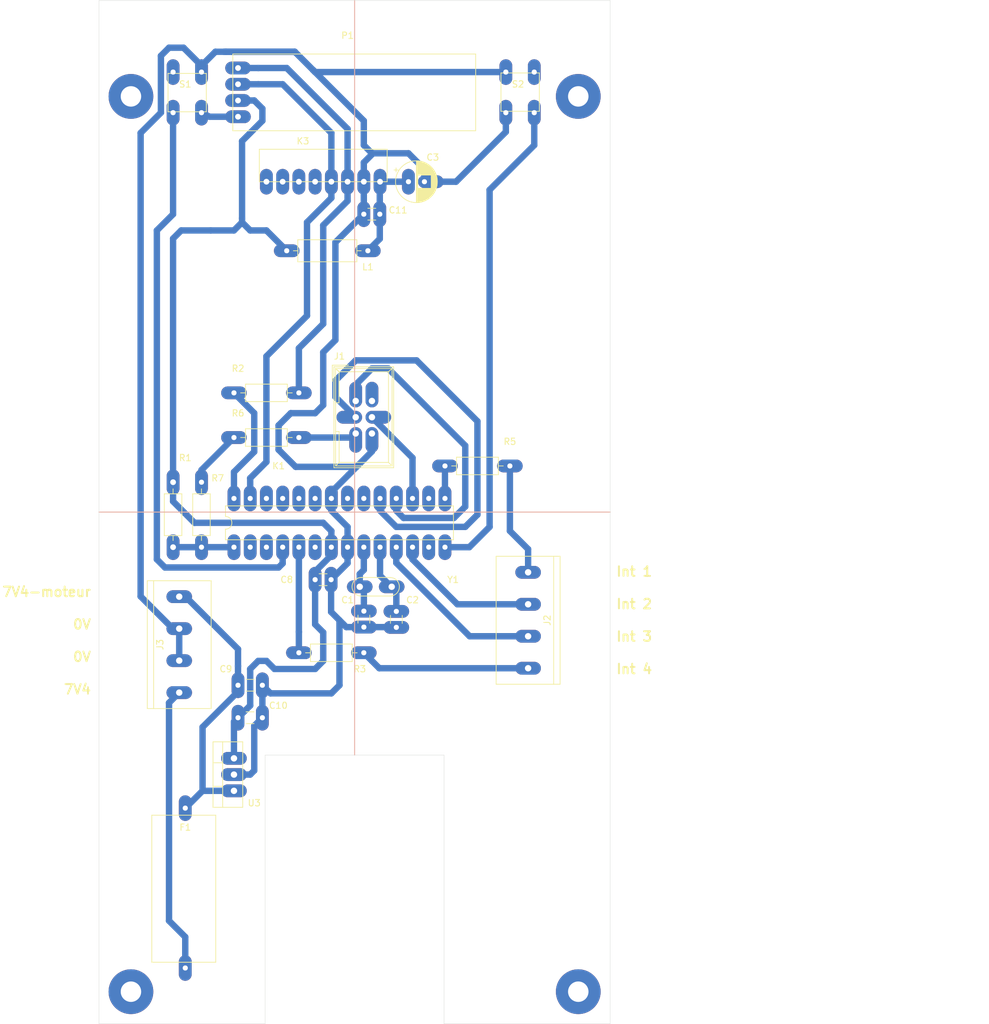
<source format=kicad_pcb>
(kicad_pcb (version 20171130) (host pcbnew "(5.1.2)-2")

  (general
    (thickness 1.6)
    (drawings 32)
    (tracks 218)
    (zones 0)
    (modules 33)
    (nets 36)
  )

  (page A4)
  (title_block
    (title "PCB robot self-balancing")
    (company ETML)
    (comment 1 "Théo Grivel")
  )

  (layers
    (0 F.Cu signal)
    (31 B.Cu signal)
    (32 B.Adhes user)
    (33 F.Adhes user)
    (34 B.Paste user)
    (35 F.Paste user)
    (36 B.SilkS user)
    (37 F.SilkS user)
    (38 B.Mask user)
    (39 F.Mask user)
    (40 Dwgs.User user)
    (41 Cmts.User user)
    (42 Eco1.User user)
    (43 Eco2.User user)
    (44 Edge.Cuts user)
    (45 Margin user)
    (46 B.CrtYd user)
    (47 F.CrtYd user)
    (48 B.Fab user)
    (49 F.Fab user)
  )

  (setup
    (last_trace_width 0.25)
    (user_trace_width 1)
    (user_trace_width 1.27)
    (user_trace_width 2.54)
    (trace_clearance 0.2)
    (zone_clearance 0.508)
    (zone_45_only no)
    (trace_min 1)
    (via_size 0.8)
    (via_drill 0.4)
    (via_min_size 0.4)
    (via_min_drill 0.3)
    (uvia_size 0.3)
    (uvia_drill 0.1)
    (uvias_allowed no)
    (uvia_min_size 0.2)
    (uvia_min_drill 0.1)
    (edge_width 0.05)
    (segment_width 0.2)
    (pcb_text_width 0.3)
    (pcb_text_size 1.5 1.5)
    (mod_edge_width 0.12)
    (mod_text_size 1 1)
    (mod_text_width 0.15)
    (pad_size 2 4)
    (pad_drill 1)
    (pad_to_mask_clearance 0.051)
    (solder_mask_min_width 0.25)
    (aux_axis_origin 50 185)
    (visible_elements 7FFFFFFF)
    (pcbplotparams
      (layerselection 0x01000_fffffffe)
      (usegerberextensions false)
      (usegerberattributes false)
      (usegerberadvancedattributes false)
      (creategerberjobfile false)
      (excludeedgelayer true)
      (linewidth 0.100000)
      (plotframeref false)
      (viasonmask false)
      (mode 1)
      (useauxorigin true)
      (hpglpennumber 1)
      (hpglpenspeed 20)
      (hpglpendiameter 15.000000)
      (psnegative false)
      (psa4output false)
      (plotreference true)
      (plotvalue true)
      (plotinvisibletext false)
      (padsonsilk false)
      (subtractmaskfromsilk false)
      (outputformat 1)
      (mirror false)
      (drillshape 0)
      (scaleselection 1)
      (outputdirectory "../../Gerber/"))
  )

  (net 0 "")
  (net 1 20Mhz_1)
  (net 2 GND)
  (net 3 20Mhz_2)
  (net 4 RESET)
  (net 5 D9-right_motor_backward)
  (net 6 "Net-(K1-Pad2)")
  (net 7 MOSI)
  (net 8 MISO)
  (net 9 D3-left_motor_forward)
  (net 10 SCK)
  (net 11 "Net-(K1-Pad6)")
  (net 12 "Net-(K1-Pad20)")
  (net 13 +5V)
  (net 14 "Net-(K1-Pad21)")
  (net 15 "Net-(K1-Pad23)")
  (net 16 "Net-(K1-Pad24)")
  (net 17 D5-left_motor_backward)
  (net 18 "Net-(K1-Pad25)")
  (net 19 D6-right_motor_forward)
  (net 20 "Net-(K1-Pad13)")
  (net 21 SDA)
  (net 22 SCL)
  (net 23 "Net-(C11-Pad1)")
  (net 24 D2-button_RESET)
  (net 25 D1-button_SET)
  (net 26 "Net-(K1-Pad26)")
  (net 27 +7V4_500mA)
  (net 28 "Net-(F1-Pad2)")
  (net 29 "Net-(J2-Pad8)")
  (net 30 "Net-(K1-Pad3)")
  (net 31 "Net-(K1-Pad16)")
  (net 32 "Net-(J2-Pad5)")
  (net 33 "Net-(R6-Pad2)")
  (net 34 "Net-(J1-Pad2)")
  (net 35 "Net-(J1-Pad5)")

  (net_class Default "Ceci est la Netclass par défaut."
    (clearance 0.2)
    (trace_width 0.25)
    (via_dia 0.8)
    (via_drill 0.4)
    (uvia_dia 0.3)
    (uvia_drill 0.1)
    (add_net +5V)
    (add_net +7V4_500mA)
    (add_net 20Mhz_1)
    (add_net 20Mhz_2)
    (add_net D1-button_SET)
    (add_net D2-button_RESET)
    (add_net D3-left_motor_forward)
    (add_net D5-left_motor_backward)
    (add_net D6-right_motor_forward)
    (add_net D9-right_motor_backward)
    (add_net GND)
    (add_net MISO)
    (add_net MOSI)
    (add_net "Net-(C11-Pad1)")
    (add_net "Net-(F1-Pad2)")
    (add_net "Net-(J1-Pad2)")
    (add_net "Net-(J1-Pad5)")
    (add_net "Net-(J2-Pad5)")
    (add_net "Net-(J2-Pad8)")
    (add_net "Net-(K1-Pad13)")
    (add_net "Net-(K1-Pad16)")
    (add_net "Net-(K1-Pad2)")
    (add_net "Net-(K1-Pad20)")
    (add_net "Net-(K1-Pad21)")
    (add_net "Net-(K1-Pad23)")
    (add_net "Net-(K1-Pad24)")
    (add_net "Net-(K1-Pad25)")
    (add_net "Net-(K1-Pad26)")
    (add_net "Net-(K1-Pad3)")
    (add_net "Net-(K1-Pad6)")
    (add_net "Net-(R6-Pad2)")
    (add_net RESET)
    (add_net SCK)
    (add_net SCL)
    (add_net SDA)
  )

  (module robot_self_balancing:TGL-NO_PRINT (layer F.Cu) (tedit 608FE6F0) (tstamp 609040C6)
    (at 182.19 119.935)
    (path /607F00B3)
    (fp_text reference S3 (at 0 0.5) (layer Eco1.User)
      (effects (font (size 1 1) (thickness 0.15)))
    )
    (fp_text value "Main switch power" (at 0 -0.5) (layer Eco1.User)
      (effects (font (size 1 1) (thickness 0.15)))
    )
    (fp_line (start 2.5 2) (end -2.5 6) (layer Eco1.User) (width 0.12))
    (fp_circle (center 0 4) (end 2.236068 4) (layer Eco1.User) (width 0.12))
  )

  (module robot_self_balancing:TGL-NO_PRINT (layer F.Cu) (tedit 608FE6F0) (tstamp 60903F82)
    (at 182.19 112.395)
    (path /607E674F)
    (fp_text reference M2 (at 0 0.5) (layer Eco1.User)
      (effects (font (size 1 1) (thickness 0.15)))
    )
    (fp_text value Left (at 0 -0.5) (layer Eco1.User)
      (effects (font (size 1 1) (thickness 0.15)))
    )
    (fp_line (start 2.5 2) (end -2.5 6) (layer Eco1.User) (width 0.12))
    (fp_circle (center 0 4) (end 2.236068 4) (layer Eco1.User) (width 0.12))
  )

  (module robot_self_balancing:TGL-NO_PRINT (layer F.Cu) (tedit 608FE6F0) (tstamp 60903F7C)
    (at 176.07 119.935)
    (path /607E4EA1)
    (fp_text reference M1 (at 0 0.5) (layer Eco1.User)
      (effects (font (size 1 1) (thickness 0.15)))
    )
    (fp_text value Right (at 0 -0.5) (layer Eco1.User)
      (effects (font (size 1 1) (thickness 0.15)))
    )
    (fp_line (start 2.5 2) (end -2.5 6) (layer Eco1.User) (width 0.12))
    (fp_circle (center 0 4) (end 2.236068 4) (layer Eco1.User) (width 0.12))
  )

  (module robot_self_balancing:TGL-NO_PRINT (layer F.Cu) (tedit 608FE6F0) (tstamp 60903DD0)
    (at 169.95 119.935)
    (path /6080F4E8)
    (fp_text reference C6 (at 0 0.5) (layer Eco1.User)
      (effects (font (size 1 1) (thickness 0.15)))
    )
    (fp_text value "1 mF" (at 0 -0.5) (layer Eco1.User)
      (effects (font (size 1 1) (thickness 0.15)))
    )
    (fp_line (start 2.5 2) (end -2.5 6) (layer Eco1.User) (width 0.12))
    (fp_circle (center 0 4) (end 2.236068 4) (layer Eco1.User) (width 0.12))
  )

  (module robot_self_balancing:TGL-NO_PRINT (layer F.Cu) (tedit 608FE6F0) (tstamp 60903DCA)
    (at 176.07 112.395)
    (path /6080D5A6)
    (fp_text reference C5 (at 0 0.5) (layer Eco1.User)
      (effects (font (size 1 1) (thickness 0.15)))
    )
    (fp_text value "1 mF" (at 0 -0.5) (layer Eco1.User)
      (effects (font (size 1 1) (thickness 0.15)))
    )
    (fp_line (start 2.5 2) (end -2.5 6) (layer Eco1.User) (width 0.12))
    (fp_circle (center 0 4) (end 2.236068 4) (layer Eco1.User) (width 0.12))
  )

  (module robot_self_balancing:TGL-NO_PRINT (layer F.Cu) (tedit 608FE6F0) (tstamp 60903C60)
    (at 169.95 112.395)
    (path /60822B55)
    (fp_text reference BT2 (at 0 0.5) (layer Eco1.User)
      (effects (font (size 1 1) (thickness 0.15)))
    )
    (fp_text value "LiPo 3V7" (at 0 -0.5) (layer Eco1.User)
      (effects (font (size 1 1) (thickness 0.15)))
    )
    (fp_line (start 2.5 2) (end -2.5 6) (layer Eco1.User) (width 0.12))
    (fp_circle (center 0 4) (end 2.236068 4) (layer Eco1.User) (width 0.12))
  )

  (module robot_self_balancing:TGL-NO_PRINT (layer F.Cu) (tedit 608FE6F0) (tstamp 60903C5A)
    (at 163.83 119.935)
    (path /608253B5)
    (fp_text reference BT1 (at 0 0.5) (layer Eco1.User)
      (effects (font (size 1 1) (thickness 0.15)))
    )
    (fp_text value "LiPo 3V7" (at 0 -0.5) (layer Eco1.User)
      (effects (font (size 1 1) (thickness 0.15)))
    )
    (fp_line (start 2.5 2) (end -2.5 6) (layer Eco1.User) (width 0.12))
    (fp_circle (center 0 4) (end 2.236068 4) (layer Eco1.User) (width 0.12))
  )

  (module robot_self_balancing:TGL-NO_PRINT (layer F.Cu) (tedit 608FE6F0) (tstamp 60903C54)
    (at 163.83 112.395)
    (path /607F55B5)
    (fp_text reference 7V4 (at 0 0.5) (layer Eco1.User)
      (effects (font (size 1 1) (thickness 0.15)))
    )
    (fp_text value +7V4 (at 0 -0.5) (layer Eco1.User)
      (effects (font (size 1 1) (thickness 0.15)))
    )
    (fp_line (start 2.5 2) (end -2.5 6) (layer Eco1.User) (width 0.12))
    (fp_circle (center 0 4) (end 2.236068 4) (layer Eco1.User) (width 0.12))
  )

  (module robot_self_balancing:TGL-Fuse (layer F.Cu) (tedit 60827B62) (tstamp 60821254)
    (at 72.39 163.195 270)
    (path /60842831)
    (fp_text reference F1 (at -8.89 8.89 180) (layer F.SilkS)
      (effects (font (size 1 1) (thickness 0.15)))
    )
    (fp_text value 500mA (at -6.985 8.89 180) (layer F.Fab)
      (effects (font (size 1 1) (thickness 0.15)))
    )
    (fp_line (start -10.795 14.125) (end -10.795 4.125) (layer F.SilkS) (width 0.12))
    (fp_line (start -10.795 14.125) (end 12.205 14.125) (layer F.SilkS) (width 0.12))
    (fp_line (start -10.795 4.125) (end 12.205 4.125) (layer F.SilkS) (width 0.12))
    (fp_line (start 12.205 14.125) (end 12.205 4.125) (layer F.SilkS) (width 0.12))
    (pad 2 thru_hole oval (at 13.1 8.89 270) (size 4 2) (drill 0.8) (layers *.Cu *.Mask)
      (net 28 "Net-(F1-Pad2)"))
    (pad 1 thru_hole oval (at -11.9 8.89 270) (size 4 2) (drill 0.8) (layers *.Cu *.Mask)
      (net 27 +7V4_500mA))
  )

  (module robot_self_balancing:TGL-C_12pF (layer F.Cu) (tedit 608283CE) (tstamp 6086C16C)
    (at 72.39 137.16)
    (descr "C, Disc series, Radial, pin pitch=2.50mm, , diameter*width=3.0*1.6mm^2, Capacitor, http://www.vishay.com/docs/45233/krseries.pdf")
    (tags "C Disc series Radial pin pitch 2.50mm  diameter 3.0mm width 1.6mm Capacitor")
    (path /607FFB85)
    (fp_text reference C10 (at 5.675 -1.905) (layer F.SilkS)
      (effects (font (size 1 1) (thickness 0.15)))
    )
    (fp_text value 100nF (at 6.985 0) (layer F.Fab)
      (effects (font (size 1 1) (thickness 0.15)))
    )
    (fp_line (start 3.55 -1.05) (end -1.05 -1.05) (layer F.CrtYd) (width 0.05))
    (fp_line (start 3.55 1.05) (end 3.55 -1.05) (layer F.CrtYd) (width 0.05))
    (fp_line (start -1.05 1.05) (end 3.55 1.05) (layer F.CrtYd) (width 0.05))
    (fp_line (start -1.05 -1.05) (end -1.05 1.05) (layer F.CrtYd) (width 0.05))
    (fp_line (start 0.621 0.92) (end 1.879 0.92) (layer F.SilkS) (width 0.12))
    (fp_line (start 0.621 -0.92) (end 1.879 -0.92) (layer F.SilkS) (width 0.12))
    (fp_line (start 2.75 -0.8) (end -0.25 -0.8) (layer F.Fab) (width 0.1))
    (fp_line (start 2.75 0.8) (end 2.75 -0.8) (layer F.Fab) (width 0.1))
    (fp_line (start -0.25 0.8) (end 2.75 0.8) (layer F.Fab) (width 0.1))
    (fp_line (start -0.25 -0.8) (end -0.25 0.8) (layer F.Fab) (width 0.1))
    (pad 2 thru_hole oval (at 3.175 0) (size 2 4) (drill 0.8) (layers *.Cu *.Mask)
      (net 2 GND))
    (pad 1 thru_hole oval (at -0.635 0) (size 2 4) (drill 0.8) (layers *.Cu *.Mask)
      (net 13 +5V))
    (model ${KISYS3DMOD}/Capacitor_THT.3dshapes/C_Disc_D3.0mm_W1.6mm_P2.50mm.wrl
      (at (xyz 0 0 0))
      (scale (xyz 1 1 1))
      (rotate (xyz 0 0 0))
    )
  )

  (module Package_TO_SOT_THT:TO-220-3_Vertical (layer F.Cu) (tedit 608BB585) (tstamp 607ED192)
    (at 71.12 148.59 90)
    (descr "TO-220-3, Vertical, RM 2.54mm, see https://www.vishay.com/docs/66542/to-220-1.pdf")
    (tags "TO-220-3 Vertical RM 2.54mm")
    (path /607FCED1)
    (fp_text reference U3 (at -1.905 3.175) (layer F.SilkS)
      (effects (font (size 1 1) (thickness 0.15)))
    )
    (fp_text value 78M05CT (at -3.81 1.27 180) (layer F.Fab)
      (effects (font (size 1 1) (thickness 0.15)))
    )
    (fp_line (start -2.46 -3.15) (end -2.46 1.25) (layer F.Fab) (width 0.1))
    (fp_line (start -2.46 1.25) (end 7.54 1.25) (layer F.Fab) (width 0.1))
    (fp_line (start 7.54 1.25) (end 7.54 -3.15) (layer F.Fab) (width 0.1))
    (fp_line (start 7.54 -3.15) (end -2.46 -3.15) (layer F.Fab) (width 0.1))
    (fp_line (start -2.46 -1.88) (end 7.54 -1.88) (layer F.Fab) (width 0.1))
    (fp_line (start 0.69 -3.15) (end 0.69 -1.88) (layer F.Fab) (width 0.1))
    (fp_line (start 4.39 -3.15) (end 4.39 -1.88) (layer F.Fab) (width 0.1))
    (fp_line (start -2.58 -3.27) (end 7.66 -3.27) (layer F.SilkS) (width 0.12))
    (fp_line (start -2.58 1.371) (end 7.66 1.371) (layer F.SilkS) (width 0.12))
    (fp_line (start -2.58 -3.27) (end -2.58 1.371) (layer F.SilkS) (width 0.12))
    (fp_line (start 7.66 -3.27) (end 7.66 1.371) (layer F.SilkS) (width 0.12))
    (fp_line (start -2.58 -1.76) (end 7.66 -1.76) (layer F.SilkS) (width 0.12))
    (fp_line (start 0.69 -3.27) (end 0.69 -1.76) (layer F.SilkS) (width 0.12))
    (fp_line (start 4.391 -3.27) (end 4.391 -1.76) (layer F.SilkS) (width 0.12))
    (fp_line (start -2.71 -3.4) (end -2.71 1.51) (layer F.CrtYd) (width 0.05))
    (fp_line (start -2.71 1.51) (end 7.79 1.51) (layer F.CrtYd) (width 0.05))
    (fp_line (start 7.79 1.51) (end 7.79 -3.4) (layer F.CrtYd) (width 0.05))
    (fp_line (start 7.79 -3.4) (end -2.71 -3.4) (layer F.CrtYd) (width 0.05))
    (pad 1 thru_hole oval (at 0 0 90) (size 2 4) (drill 1) (layers *.Cu *.Mask)
      (net 27 +7V4_500mA))
    (pad 2 thru_hole oval (at 2.54 0 90) (size 2 4) (drill 1) (layers *.Cu *.Mask)
      (net 2 GND))
    (pad 3 thru_hole oval (at 5.08 0 90) (size 2 4) (drill 1) (layers *.Cu *.Mask)
      (net 13 +5V))
    (model ${KISYS3DMOD}/Package_TO_SOT_THT.3dshapes/TO-220-3_Vertical.wrl
      (at (xyz 0 0 0))
      (scale (xyz 1 1 1))
      (rotate (xyz 0 0 0))
    )
  )

  (module robot_self_balancing:TGL-Bornier4Pins_mm (layer F.Cu) (tedit 6086C093) (tstamp 6086C0FD)
    (at 59.055 125.73 90)
    (path /608AA5D7)
    (fp_text reference J3 (at 0 0.5 90) (layer F.SilkS)
      (effects (font (size 1 1) (thickness 0.15)))
    )
    (fp_text value "Power bornier" (at 0 -1.27 90) (layer F.Fab)
      (effects (font (size 1 1) (thickness 0.15)))
    )
    (fp_line (start -10 -0.5) (end 10 -0.5) (layer F.SilkS) (width 0.12))
    (fp_line (start -10 8.5) (end 10 8.5) (layer F.SilkS) (width 0.12))
    (fp_line (start -10 -1.5) (end -10 8.5) (layer F.SilkS) (width 0.12))
    (fp_line (start 10 -1.5) (end -10 -1.5) (layer F.SilkS) (width 0.12))
    (fp_line (start 10 -1.5) (end 10 8.5) (layer F.SilkS) (width 0.12))
    (pad 8 thru_hole oval (at 7.5 3.5 270) (size 2 4) (drill 1) (layers *.Cu *.Mask)
      (net 27 +7V4_500mA))
    (pad 7 thru_hole oval (at 2.5 3.5 90) (size 2 4) (drill 1) (layers *.Cu *.Mask)
      (net 2 GND))
    (pad 6 thru_hole oval (at -2.5 3.5 90) (size 2 4) (drill 1) (layers *.Cu *.Mask)
      (net 2 GND))
    (pad 5 thru_hole oval (at -7.5 3.5 90) (size 2 4) (drill 1) (layers *.Cu *.Mask)
      (net 28 "Net-(F1-Pad2)"))
  )

  (module robot_self_balancing:TGL-Bornier4Pins_mm (layer F.Cu) (tedit 6082D21F) (tstamp 6081F49E)
    (at 120.65 121.92 270)
    (path /6090C2E3)
    (fp_text reference J2 (at 0 0.5 90) (layer F.SilkS)
      (effects (font (size 1 1) (thickness 0.15)))
    )
    (fp_text value "motor command" (at 0 -1.27 90) (layer F.Fab)
      (effects (font (size 1 1) (thickness 0.15)))
    )
    (fp_line (start -10 -0.5) (end 10 -0.5) (layer F.SilkS) (width 0.12))
    (fp_line (start -10 8.5) (end 10 8.5) (layer F.SilkS) (width 0.12))
    (fp_line (start -10 -1.5) (end -10 8.5) (layer F.SilkS) (width 0.12))
    (fp_line (start 10 -1.5) (end -10 -1.5) (layer F.SilkS) (width 0.12))
    (fp_line (start 10 -1.5) (end 10 8.5) (layer F.SilkS) (width 0.12))
    (pad 8 thru_hole oval (at 7.5 3.5 90) (size 2 4) (drill 1) (layers *.Cu *.Mask)
      (net 29 "Net-(J2-Pad8)"))
    (pad 7 thru_hole oval (at 2.5 3.5 270) (size 2 4) (drill 1) (layers *.Cu *.Mask)
      (net 17 D5-left_motor_backward))
    (pad 6 thru_hole oval (at -2.5 3.5 270) (size 2 4) (drill 1) (layers *.Cu *.Mask)
      (net 19 D6-right_motor_forward))
    (pad 5 thru_hole oval (at -7.5 3.5 270) (size 2 4) (drill 1) (layers *.Cu *.Mask)
      (net 32 "Net-(J2-Pad5)"))
  )

  (module robot_self_balancing:TGL_R (layer F.Cu) (tedit 607EC664) (tstamp 60836E79)
    (at 66.04 100.33 270)
    (descr "Resistor, Axial_DIN0207 series, Axial, Horizontal, pin pitch=10.16mm, 0.25W = 1/4W, length*diameter=6.3*2.5mm^2, http://cdn-reichelt.de/documents/datenblatt/B400/1_4W%23YAG.pdf")
    (tags "Resistor Axial_DIN0207 series Axial Horizontal pin pitch 10.16mm 0.25W = 1/4W length 6.3mm diameter 2.5mm")
    (path /609930BA)
    (fp_text reference R7 (at -0.635 -2.54 180) (layer F.SilkS)
      (effects (font (size 1 1) (thickness 0.15)))
    )
    (fp_text value 0Ω (at 0.635 -2.54 180) (layer F.Fab)
      (effects (font (size 1 1) (thickness 0.15)))
    )
    (fp_line (start 11.21 -1.5) (end -1.05 -1.5) (layer F.CrtYd) (width 0.05))
    (fp_line (start 11.21 1.5) (end 11.21 -1.5) (layer F.CrtYd) (width 0.05))
    (fp_line (start -1.05 1.5) (end 11.21 1.5) (layer F.CrtYd) (width 0.05))
    (fp_line (start -1.05 -1.5) (end -1.05 1.5) (layer F.CrtYd) (width 0.05))
    (fp_line (start 9.12 0) (end 8.35 0) (layer F.SilkS) (width 0.12))
    (fp_line (start 1.04 0) (end 1.81 0) (layer F.SilkS) (width 0.12))
    (fp_line (start 8.35 -1.37) (end 1.81 -1.37) (layer F.SilkS) (width 0.12))
    (fp_line (start 8.35 1.37) (end 8.35 -1.37) (layer F.SilkS) (width 0.12))
    (fp_line (start 1.81 1.37) (end 8.35 1.37) (layer F.SilkS) (width 0.12))
    (fp_line (start 1.81 -1.37) (end 1.81 1.37) (layer F.SilkS) (width 0.12))
    (fp_line (start 10.16 0) (end 8.23 0) (layer F.Fab) (width 0.1))
    (fp_line (start 0 0) (end 1.93 0) (layer F.Fab) (width 0.1))
    (fp_line (start 8.23 -1.25) (end 1.93 -1.25) (layer F.Fab) (width 0.1))
    (fp_line (start 8.23 1.25) (end 8.23 -1.25) (layer F.Fab) (width 0.1))
    (fp_line (start 1.93 1.25) (end 8.23 1.25) (layer F.Fab) (width 0.1))
    (fp_line (start 1.93 -1.25) (end 1.93 1.25) (layer F.Fab) (width 0.1))
    (pad 2 thru_hole oval (at 10.16 0 270) (size 4 2) (drill 0.8) (layers *.Cu *.Mask)
      (net 4 RESET))
    (pad 1 thru_hole oval (at 0 0 270) (size 4 2) (drill 0.8) (layers *.Cu *.Mask)
      (net 33 "Net-(R6-Pad2)"))
    (model ${KISYS3DMOD}/Resistor_THT.3dshapes/R_Axial_DIN0207_L6.3mm_D2.5mm_P10.16mm_Horizontal.wrl
      (at (xyz 0 0 0))
      (scale (xyz 1 1 1))
      (rotate (xyz 0 0 0))
    )
  )

  (module robot_self_balancing:TGL-C_12pF (layer F.Cu) (tedit 608283CE) (tstamp 6086C199)
    (at 74.93 132.08 180)
    (descr "C, Disc series, Radial, pin pitch=2.50mm, , diameter*width=3.0*1.6mm^2, Capacitor, http://www.vishay.com/docs/45233/krseries.pdf")
    (tags "C Disc series Radial pin pitch 2.50mm  diameter 3.0mm width 1.6mm Capacitor")
    (path /607FEC3B)
    (fp_text reference C9 (at 5.08 2.54) (layer F.SilkS)
      (effects (font (size 1 1) (thickness 0.15)))
    )
    (fp_text value 100nF (at 6.985 0.635) (layer F.Fab)
      (effects (font (size 1 1) (thickness 0.15)))
    )
    (fp_line (start 3.55 -1.05) (end -1.05 -1.05) (layer F.CrtYd) (width 0.05))
    (fp_line (start 3.55 1.05) (end 3.55 -1.05) (layer F.CrtYd) (width 0.05))
    (fp_line (start -1.05 1.05) (end 3.55 1.05) (layer F.CrtYd) (width 0.05))
    (fp_line (start -1.05 -1.05) (end -1.05 1.05) (layer F.CrtYd) (width 0.05))
    (fp_line (start 0.621 0.92) (end 1.879 0.92) (layer F.SilkS) (width 0.12))
    (fp_line (start 0.621 -0.92) (end 1.879 -0.92) (layer F.SilkS) (width 0.12))
    (fp_line (start 2.75 -0.8) (end -0.25 -0.8) (layer F.Fab) (width 0.1))
    (fp_line (start 2.75 0.8) (end 2.75 -0.8) (layer F.Fab) (width 0.1))
    (fp_line (start -0.25 0.8) (end 2.75 0.8) (layer F.Fab) (width 0.1))
    (fp_line (start -0.25 -0.8) (end -0.25 0.8) (layer F.Fab) (width 0.1))
    (pad 2 thru_hole oval (at 3.175 0 180) (size 2 4) (drill 0.8) (layers *.Cu *.Mask)
      (net 27 +7V4_500mA))
    (pad 1 thru_hole oval (at -0.635 0 180) (size 2 4) (drill 0.8) (layers *.Cu *.Mask)
      (net 2 GND))
    (model ${KISYS3DMOD}/Capacitor_THT.3dshapes/C_Disc_D3.0mm_W1.6mm_P2.50mm.wrl
      (at (xyz 0 0 0))
      (scale (xyz 1 1 1))
      (rotate (xyz 0 0 0))
    )
  )

  (module robot_self_balancing:TGL-Push_Button (layer F.Cu) (tedit 608279A3) (tstamp 60832174)
    (at 111.125 39.37 90)
    (path /607F39F7)
    (fp_text reference S2 (at 1.27 4.445 180) (layer F.SilkS)
      (effects (font (size 1 1) (thickness 0.15)))
    )
    (fp_text value Set (at 0 4.445 180) (layer F.Fab)
      (effects (font (size 1 1) (thickness 0.15)))
    )
    (fp_line (start 3.0366 1.7808) (end -2.9634 1.7808) (layer F.SilkS) (width 0.12))
    (fp_line (start 3.0366 7.7808) (end 3.0366 1.7808) (layer F.SilkS) (width 0.12))
    (fp_line (start -2.9634 7.7808) (end 3.0366 7.7808) (layer F.SilkS) (width 0.12))
    (fp_line (start -2.9634 1.7808) (end -2.9634 7.7808) (layer F.SilkS) (width 0.12))
    (pad 1 thru_hole oval (at 3.175 2.54 90) (size 4 2) (drill 0.8) (layers *.Cu *.Mask)
      (net 2 GND))
    (pad 2 thru_hole oval (at 3.175 6.985 90) (size 4 2) (drill 0.8) (layers *.Cu *.Mask)
      (net 25 D1-button_SET))
    (pad 2 thru_hole oval (at -3.175 6.985 90) (size 4 2) (drill 0.8) (layers *.Cu *.Mask)
      (net 25 D1-button_SET))
    (pad 1 thru_hole oval (at -3.175 2.54 90) (size 4 2) (drill 0.8) (layers *.Cu *.Mask)
      (net 2 GND))
  )

  (module robot_self_balancing:TGL-Push_Button (layer F.Cu) (tedit 608279A3) (tstamp 60820005)
    (at 68.58 39.37 270)
    (path /607F31F0)
    (fp_text reference S1 (at -1.27 5.08 180) (layer F.SilkS)
      (effects (font (size 1 1) (thickness 0.15)))
    )
    (fp_text value Reset (at 0 4.445 180) (layer F.Fab)
      (effects (font (size 1 1) (thickness 0.15)))
    )
    (fp_line (start 3.0366 1.7808) (end -2.9634 1.7808) (layer F.SilkS) (width 0.12))
    (fp_line (start 3.0366 7.7808) (end 3.0366 1.7808) (layer F.SilkS) (width 0.12))
    (fp_line (start -2.9634 7.7808) (end 3.0366 7.7808) (layer F.SilkS) (width 0.12))
    (fp_line (start -2.9634 1.7808) (end -2.9634 7.7808) (layer F.SilkS) (width 0.12))
    (pad 1 thru_hole oval (at 3.175 2.54 270) (size 4 2) (drill 0.8) (layers *.Cu *.Mask)
      (net 2 GND))
    (pad 2 thru_hole oval (at 3.175 6.985 270) (size 4 2) (drill 0.8) (layers *.Cu *.Mask)
      (net 24 D2-button_RESET))
    (pad 2 thru_hole oval (at -3.175 6.985 270) (size 4 2) (drill 0.8) (layers *.Cu *.Mask)
      (net 24 D2-button_RESET))
    (pad 1 thru_hole oval (at -3.175 2.54 270) (size 4 2) (drill 0.8) (layers *.Cu *.Mask)
      (net 2 GND))
  )

  (module robot_self_balancing:TGL-OLED_Screen (layer F.Cu) (tedit 607ED143) (tstamp 6086BC11)
    (at 67.945 39.37 90)
    (path /608002E0)
    (fp_text reference P1 (at 8.89 20.955 180) (layer F.SilkS)
      (effects (font (size 1 1) (thickness 0.15)))
    )
    (fp_text value OLED_Screen (at 6.985 20.955 180) (layer F.Fab)
      (effects (font (size 1 1) (thickness 0.15)))
    )
    (fp_line (start -6 41) (end -6 3) (layer F.SilkS) (width 0.12))
    (fp_line (start 6 41) (end -6 41) (layer F.SilkS) (width 0.12))
    (fp_line (start 6 3) (end 6 41) (layer F.SilkS) (width 0.12))
    (fp_line (start -6 3) (end 6 3) (layer F.SilkS) (width 0.12))
    (pad 1 thru_hole oval (at -3.81 3.81 90) (size 2 4) (drill 0.9) (layers *.Cu *.Mask)
      (net 2 GND))
    (pad 2 thru_hole oval (at -1.27 3.81 90) (size 2 4) (drill 0.9) (layers *.Cu *.Mask)
      (net 13 +5V))
    (pad 4 thru_hole oval (at 3.81 3.81 90) (size 2 4) (drill 0.9) (layers *.Cu *.Mask)
      (net 22 SCL))
    (pad 3 thru_hole oval (at 1.27 3.81 90) (size 2 4) (drill 0.9) (layers *.Cu *.Mask)
      (net 21 SDA))
  )

  (module robot_self_balancing:TGL_R (layer F.Cu) (tedit 607EC664) (tstamp 6082A41D)
    (at 81.28 93.345 180)
    (descr "Resistor, Axial_DIN0207 series, Axial, Horizontal, pin pitch=10.16mm, 0.25W = 1/4W, length*diameter=6.3*2.5mm^2, http://cdn-reichelt.de/documents/datenblatt/B400/1_4W%23YAG.pdf")
    (tags "Resistor Axial_DIN0207 series Axial Horizontal pin pitch 10.16mm 0.25W = 1/4W length 6.3mm diameter 2.5mm")
    (path /6086C694)
    (fp_text reference R6 (at 9.525 3.81) (layer F.SilkS)
      (effects (font (size 1 1) (thickness 0.15)))
    )
    (fp_text value 0Ω (at 9.525 2.37) (layer F.Fab)
      (effects (font (size 1 1) (thickness 0.15)))
    )
    (fp_line (start 11.21 -1.5) (end -1.05 -1.5) (layer F.CrtYd) (width 0.05))
    (fp_line (start 11.21 1.5) (end 11.21 -1.5) (layer F.CrtYd) (width 0.05))
    (fp_line (start -1.05 1.5) (end 11.21 1.5) (layer F.CrtYd) (width 0.05))
    (fp_line (start -1.05 -1.5) (end -1.05 1.5) (layer F.CrtYd) (width 0.05))
    (fp_line (start 9.12 0) (end 8.35 0) (layer F.SilkS) (width 0.12))
    (fp_line (start 1.04 0) (end 1.81 0) (layer F.SilkS) (width 0.12))
    (fp_line (start 8.35 -1.37) (end 1.81 -1.37) (layer F.SilkS) (width 0.12))
    (fp_line (start 8.35 1.37) (end 8.35 -1.37) (layer F.SilkS) (width 0.12))
    (fp_line (start 1.81 1.37) (end 8.35 1.37) (layer F.SilkS) (width 0.12))
    (fp_line (start 1.81 -1.37) (end 1.81 1.37) (layer F.SilkS) (width 0.12))
    (fp_line (start 10.16 0) (end 8.23 0) (layer F.Fab) (width 0.1))
    (fp_line (start 0 0) (end 1.93 0) (layer F.Fab) (width 0.1))
    (fp_line (start 8.23 -1.25) (end 1.93 -1.25) (layer F.Fab) (width 0.1))
    (fp_line (start 8.23 1.25) (end 8.23 -1.25) (layer F.Fab) (width 0.1))
    (fp_line (start 1.93 1.25) (end 8.23 1.25) (layer F.Fab) (width 0.1))
    (fp_line (start 1.93 -1.25) (end 1.93 1.25) (layer F.Fab) (width 0.1))
    (pad 2 thru_hole oval (at 10.16 0 180) (size 4 2) (drill 0.8) (layers *.Cu *.Mask)
      (net 33 "Net-(R6-Pad2)"))
    (pad 1 thru_hole oval (at 0 0 180) (size 4 2) (drill 0.8) (layers *.Cu *.Mask)
      (net 35 "Net-(J1-Pad5)"))
    (model ${KISYS3DMOD}/Resistor_THT.3dshapes/R_Axial_DIN0207_L6.3mm_D2.5mm_P10.16mm_Horizontal.wrl
      (at (xyz 0 0 0))
      (scale (xyz 1 1 1))
      (rotate (xyz 0 0 0))
    )
  )

  (module robot_self_balancing:TGL_R (layer F.Cu) (tedit 607EC664) (tstamp 60829A13)
    (at 104.14 97.79)
    (descr "Resistor, Axial_DIN0207 series, Axial, Horizontal, pin pitch=10.16mm, 0.25W = 1/4W, length*diameter=6.3*2.5mm^2, http://cdn-reichelt.de/documents/datenblatt/B400/1_4W%23YAG.pdf")
    (tags "Resistor Axial_DIN0207 series Axial Horizontal pin pitch 10.16mm 0.25W = 1/4W length 6.3mm diameter 2.5mm")
    (path /6086802F)
    (fp_text reference R5 (at 10.16 -3.81) (layer F.SilkS)
      (effects (font (size 1 1) (thickness 0.15)))
    )
    (fp_text value 0Ω (at 10.16 -2.54) (layer F.Fab)
      (effects (font (size 1 1) (thickness 0.15)))
    )
    (fp_line (start 11.21 -1.5) (end -1.05 -1.5) (layer F.CrtYd) (width 0.05))
    (fp_line (start 11.21 1.5) (end 11.21 -1.5) (layer F.CrtYd) (width 0.05))
    (fp_line (start -1.05 1.5) (end 11.21 1.5) (layer F.CrtYd) (width 0.05))
    (fp_line (start -1.05 -1.5) (end -1.05 1.5) (layer F.CrtYd) (width 0.05))
    (fp_line (start 9.12 0) (end 8.35 0) (layer F.SilkS) (width 0.12))
    (fp_line (start 1.04 0) (end 1.81 0) (layer F.SilkS) (width 0.12))
    (fp_line (start 8.35 -1.37) (end 1.81 -1.37) (layer F.SilkS) (width 0.12))
    (fp_line (start 8.35 1.37) (end 8.35 -1.37) (layer F.SilkS) (width 0.12))
    (fp_line (start 1.81 1.37) (end 8.35 1.37) (layer F.SilkS) (width 0.12))
    (fp_line (start 1.81 -1.37) (end 1.81 1.37) (layer F.SilkS) (width 0.12))
    (fp_line (start 10.16 0) (end 8.23 0) (layer F.Fab) (width 0.1))
    (fp_line (start 0 0) (end 1.93 0) (layer F.Fab) (width 0.1))
    (fp_line (start 8.23 -1.25) (end 1.93 -1.25) (layer F.Fab) (width 0.1))
    (fp_line (start 8.23 1.25) (end 8.23 -1.25) (layer F.Fab) (width 0.1))
    (fp_line (start 1.93 1.25) (end 8.23 1.25) (layer F.Fab) (width 0.1))
    (fp_line (start 1.93 -1.25) (end 1.93 1.25) (layer F.Fab) (width 0.1))
    (pad 2 thru_hole oval (at 10.16 0) (size 4 2) (drill 0.8) (layers *.Cu *.Mask)
      (net 32 "Net-(J2-Pad5)"))
    (pad 1 thru_hole oval (at 0 0) (size 4 2) (drill 0.8) (layers *.Cu *.Mask)
      (net 5 D9-right_motor_backward))
    (model ${KISYS3DMOD}/Resistor_THT.3dshapes/R_Axial_DIN0207_L6.3mm_D2.5mm_P10.16mm_Horizontal.wrl
      (at (xyz 0 0 0))
      (scale (xyz 1 1 1))
      (rotate (xyz 0 0 0))
    )
  )

  (module robot_self_balancing:TGL_R (layer F.Cu) (tedit 608BB4DA) (tstamp 6086CD07)
    (at 91.44 127 180)
    (descr "Resistor, Axial_DIN0207 series, Axial, Horizontal, pin pitch=10.16mm, 0.25W = 1/4W, length*diameter=6.3*2.5mm^2, http://cdn-reichelt.de/documents/datenblatt/B400/1_4W%23YAG.pdf")
    (tags "Resistor Axial_DIN0207 series Axial Horizontal pin pitch 10.16mm 0.25W = 1/4W length 6.3mm diameter 2.5mm")
    (path /609ABF0D)
    (fp_text reference R3 (at 0.635 -2.54) (layer F.SilkS)
      (effects (font (size 1 1) (thickness 0.15)))
    )
    (fp_text value 0Ω (at 0.635 -4.445) (layer F.Fab)
      (effects (font (size 1 1) (thickness 0.15)))
    )
    (fp_line (start 11.21 -1.5) (end -1.05 -1.5) (layer F.CrtYd) (width 0.05))
    (fp_line (start 11.21 1.5) (end 11.21 -1.5) (layer F.CrtYd) (width 0.05))
    (fp_line (start -1.05 1.5) (end 11.21 1.5) (layer F.CrtYd) (width 0.05))
    (fp_line (start -1.05 -1.5) (end -1.05 1.5) (layer F.CrtYd) (width 0.05))
    (fp_line (start 9.12 0) (end 8.35 0) (layer F.SilkS) (width 0.12))
    (fp_line (start 1.04 0) (end 1.81 0) (layer F.SilkS) (width 0.12))
    (fp_line (start 8.35 -1.37) (end 1.81 -1.37) (layer F.SilkS) (width 0.12))
    (fp_line (start 8.35 1.37) (end 8.35 -1.37) (layer F.SilkS) (width 0.12))
    (fp_line (start 1.81 1.37) (end 8.35 1.37) (layer F.SilkS) (width 0.12))
    (fp_line (start 1.81 -1.37) (end 1.81 1.37) (layer F.SilkS) (width 0.12))
    (fp_line (start 10.16 0) (end 8.23 0) (layer F.Fab) (width 0.1))
    (fp_line (start 0 0) (end 1.93 0) (layer F.Fab) (width 0.1))
    (fp_line (start 8.23 -1.25) (end 1.93 -1.25) (layer F.Fab) (width 0.1))
    (fp_line (start 8.23 1.25) (end 8.23 -1.25) (layer F.Fab) (width 0.1))
    (fp_line (start 1.93 1.25) (end 8.23 1.25) (layer F.Fab) (width 0.1))
    (fp_line (start 1.93 -1.25) (end 1.93 1.25) (layer F.Fab) (width 0.1))
    (pad 2 thru_hole oval (at 10.16 0 180) (size 4 2) (drill 0.8) (layers *.Cu *.Mask)
      (net 9 D3-left_motor_forward))
    (pad 1 thru_hole oval (at 0 0 180) (size 4 2) (drill 0.8) (layers *.Cu *.Mask)
      (net 29 "Net-(J2-Pad8)"))
    (model ${KISYS3DMOD}/Resistor_THT.3dshapes/R_Axial_DIN0207_L6.3mm_D2.5mm_P10.16mm_Horizontal.wrl
      (at (xyz 0 0 0))
      (scale (xyz 1 1 1))
      (rotate (xyz 0 0 0))
    )
  )

  (module robot_self_balancing:TGL_R (layer F.Cu) (tedit 607EC664) (tstamp 60825F0D)
    (at 81.28 86.36 180)
    (descr "Resistor, Axial_DIN0207 series, Axial, Horizontal, pin pitch=10.16mm, 0.25W = 1/4W, length*diameter=6.3*2.5mm^2, http://cdn-reichelt.de/documents/datenblatt/B400/1_4W%23YAG.pdf")
    (tags "Resistor Axial_DIN0207 series Axial Horizontal pin pitch 10.16mm 0.25W = 1/4W length 6.3mm diameter 2.5mm")
    (path /609A442D)
    (fp_text reference R2 (at 9.525 3.81) (layer F.SilkS)
      (effects (font (size 1 1) (thickness 0.15)))
    )
    (fp_text value 0Ω (at 9.525 2.37) (layer F.Fab)
      (effects (font (size 1 1) (thickness 0.15)))
    )
    (fp_line (start 11.21 -1.5) (end -1.05 -1.5) (layer F.CrtYd) (width 0.05))
    (fp_line (start 11.21 1.5) (end 11.21 -1.5) (layer F.CrtYd) (width 0.05))
    (fp_line (start -1.05 1.5) (end 11.21 1.5) (layer F.CrtYd) (width 0.05))
    (fp_line (start -1.05 -1.5) (end -1.05 1.5) (layer F.CrtYd) (width 0.05))
    (fp_line (start 9.12 0) (end 8.35 0) (layer F.SilkS) (width 0.12))
    (fp_line (start 1.04 0) (end 1.81 0) (layer F.SilkS) (width 0.12))
    (fp_line (start 8.35 -1.37) (end 1.81 -1.37) (layer F.SilkS) (width 0.12))
    (fp_line (start 8.35 1.37) (end 8.35 -1.37) (layer F.SilkS) (width 0.12))
    (fp_line (start 1.81 1.37) (end 8.35 1.37) (layer F.SilkS) (width 0.12))
    (fp_line (start 1.81 -1.37) (end 1.81 1.37) (layer F.SilkS) (width 0.12))
    (fp_line (start 10.16 0) (end 8.23 0) (layer F.Fab) (width 0.1))
    (fp_line (start 0 0) (end 1.93 0) (layer F.Fab) (width 0.1))
    (fp_line (start 8.23 -1.25) (end 1.93 -1.25) (layer F.Fab) (width 0.1))
    (fp_line (start 8.23 1.25) (end 8.23 -1.25) (layer F.Fab) (width 0.1))
    (fp_line (start 1.93 1.25) (end 8.23 1.25) (layer F.Fab) (width 0.1))
    (fp_line (start 1.93 -1.25) (end 1.93 1.25) (layer F.Fab) (width 0.1))
    (pad 2 thru_hole oval (at 10.16 0 180) (size 4 2) (drill 0.8) (layers *.Cu *.Mask)
      (net 22 SCL))
    (pad 1 thru_hole oval (at 0 0 180) (size 4 2) (drill 0.8) (layers *.Cu *.Mask)
      (net 22 SCL))
    (model ${KISYS3DMOD}/Resistor_THT.3dshapes/R_Axial_DIN0207_L6.3mm_D2.5mm_P10.16mm_Horizontal.wrl
      (at (xyz 0 0 0))
      (scale (xyz 1 1 1))
      (rotate (xyz 0 0 0))
    )
  )

  (module robot_self_balancing:TGL-MPU_6050-perpendiculaire (layer F.Cu) (tedit 608176A8) (tstamp 608220BE)
    (at 85.09 57.15 180)
    (path /607F14C0)
    (fp_text reference K3 (at 3.175 10.16) (layer F.SilkS)
      (effects (font (size 1 1) (thickness 0.15)))
    )
    (fp_text value MPU-6050 (at 4.445 6.985) (layer F.Fab)
      (effects (font (size 1 1) (thickness 0.15)))
    )
    (fp_line (start -10 8.89) (end -10 3.81) (layer F.SilkS) (width 0.12))
    (fp_line (start 10 8.89) (end -10 8.89) (layer F.SilkS) (width 0.12))
    (fp_line (start 10 3.81) (end 10 8.89) (layer F.SilkS) (width 0.12))
    (fp_line (start -10 3.81) (end 10 3.81) (layer F.SilkS) (width 0.12))
    (pad 13 thru_hole oval (at -8.89 3.81 180) (size 2 4) (drill 0.9) (layers *.Cu *.Mask)
      (net 23 "Net-(C11-Pad1)"))
    (pad 18 thru_hole oval (at -6.35 3.81 180) (size 2 4) (drill 0.9) (layers *.Cu *.Mask)
      (net 2 GND))
    (pad "" thru_hole oval (at 8.89 3.81 180) (size 2 4) (drill 0.9) (layers *.Cu *.Mask))
    (pad "" thru_hole oval (at 6.35 3.81 180) (size 2 4) (drill 0.9) (layers *.Cu *.Mask))
    (pad "" thru_hole oval (at 3.81 3.81 180) (size 2 4) (drill 0.9) (layers *.Cu *.Mask))
    (pad "" thru_hole oval (at 1.27 3.81 180) (size 2 4) (drill 0.9) (layers *.Cu *.Mask))
    (pad 24 thru_hole oval (at -1.27 3.81 180) (size 2 4) (drill 0.9) (layers *.Cu *.Mask)
      (net 21 SDA))
    (pad 23 thru_hole oval (at -3.81 3.81 180) (size 2 4) (drill 0.9) (layers *.Cu *.Mask)
      (net 22 SCL))
  )

  (module robot_self_balancing:TGL-C_12pF (layer F.Cu) (tedit 608123D2) (tstamp 60820892)
    (at 86.32 115.57 180)
    (descr "C, Disc series, Radial, pin pitch=2.50mm, , diameter*width=3.0*1.6mm^2, Capacitor, http://www.vishay.com/docs/45233/krseries.pdf")
    (tags "C Disc series Radial pin pitch 2.50mm  diameter 3.0mm width 1.6mm Capacitor")
    (path /6083C484)
    (fp_text reference C8 (at 6.945 0) (layer F.SilkS)
      (effects (font (size 1 1) (thickness 0.15)))
    )
    (fp_text value "100 nF" (at 8.215 -1.905) (layer F.Fab)
      (effects (font (size 1 1) (thickness 0.15)))
    )
    (fp_line (start 3.55 -1.05) (end -1.05 -1.05) (layer F.CrtYd) (width 0.05))
    (fp_line (start 3.55 1.05) (end 3.55 -1.05) (layer F.CrtYd) (width 0.05))
    (fp_line (start -1.05 1.05) (end 3.55 1.05) (layer F.CrtYd) (width 0.05))
    (fp_line (start -1.05 -1.05) (end -1.05 1.05) (layer F.CrtYd) (width 0.05))
    (fp_line (start 0.621 0.92) (end 1.879 0.92) (layer F.SilkS) (width 0.12))
    (fp_line (start 0.621 -0.92) (end 1.879 -0.92) (layer F.SilkS) (width 0.12))
    (fp_line (start 2.75 -0.8) (end -0.25 -0.8) (layer F.Fab) (width 0.1))
    (fp_line (start 2.75 0.8) (end 2.75 -0.8) (layer F.Fab) (width 0.1))
    (fp_line (start -0.25 0.8) (end 2.75 0.8) (layer F.Fab) (width 0.1))
    (fp_line (start -0.25 -0.8) (end -0.25 0.8) (layer F.Fab) (width 0.1))
    (pad 2 thru_hole oval (at 2.5 0 180) (size 2 4) (drill 0.8) (layers *.Cu *.Mask)
      (net 13 +5V))
    (pad 1 thru_hole oval (at 0 0 180) (size 2 4) (drill 0.8) (layers *.Cu *.Mask)
      (net 2 GND))
    (model ${KISYS3DMOD}/Capacitor_THT.3dshapes/C_Disc_D3.0mm_W1.6mm_P2.50mm.wrl
      (at (xyz 0 0 0))
      (scale (xyz 1 1 1))
      (rotate (xyz 0 0 0))
    )
  )

  (module robot_self_balancing:TGL-C_12pF (layer F.Cu) (tedit 608123D2) (tstamp 608220EC)
    (at 93.94 58.42 180)
    (descr "C, Disc series, Radial, pin pitch=2.50mm, , diameter*width=3.0*1.6mm^2, Capacitor, http://www.vishay.com/docs/45233/krseries.pdf")
    (tags "C Disc series Radial pin pitch 2.50mm  diameter 3.0mm width 1.6mm Capacitor")
    (path /6083A695)
    (fp_text reference C11 (at -1.31 0.635) (layer F.SilkS)
      (effects (font (size 1 1) (thickness 0.15)) (justify left))
    )
    (fp_text value 100nF (at -1.31 -1.27) (layer F.Fab)
      (effects (font (size 1 1) (thickness 0.15)) (justify left))
    )
    (fp_line (start 3.55 -1.05) (end -1.05 -1.05) (layer F.CrtYd) (width 0.05))
    (fp_line (start 3.55 1.05) (end 3.55 -1.05) (layer F.CrtYd) (width 0.05))
    (fp_line (start -1.05 1.05) (end 3.55 1.05) (layer F.CrtYd) (width 0.05))
    (fp_line (start -1.05 -1.05) (end -1.05 1.05) (layer F.CrtYd) (width 0.05))
    (fp_line (start 0.621 0.92) (end 1.879 0.92) (layer F.SilkS) (width 0.12))
    (fp_line (start 0.621 -0.92) (end 1.879 -0.92) (layer F.SilkS) (width 0.12))
    (fp_line (start 2.75 -0.8) (end -0.25 -0.8) (layer F.Fab) (width 0.1))
    (fp_line (start 2.75 0.8) (end 2.75 -0.8) (layer F.Fab) (width 0.1))
    (fp_line (start -0.25 0.8) (end 2.75 0.8) (layer F.Fab) (width 0.1))
    (fp_line (start -0.25 -0.8) (end -0.25 0.8) (layer F.Fab) (width 0.1))
    (pad 2 thru_hole oval (at 2.5 0 180) (size 2 4) (drill 0.8) (layers *.Cu *.Mask)
      (net 2 GND))
    (pad 1 thru_hole oval (at 0 0 180) (size 2 4) (drill 0.8) (layers *.Cu *.Mask)
      (net 23 "Net-(C11-Pad1)"))
    (model ${KISYS3DMOD}/Capacitor_THT.3dshapes/C_Disc_D3.0mm_W1.6mm_P2.50mm.wrl
      (at (xyz 0 0 0))
      (scale (xyz 1 1 1))
      (rotate (xyz 0 0 0))
    )
  )

  (module robot_self_balancing:TGL-C_12pF (layer F.Cu) (tedit 608123D2) (tstamp 6086B001)
    (at 96.53 120.53 270)
    (descr "C, Disc series, Radial, pin pitch=2.50mm, , diameter*width=3.0*1.6mm^2, Capacitor, http://www.vishay.com/docs/45233/krseries.pdf")
    (tags "C Disc series Radial pin pitch 2.50mm  diameter 3.0mm width 1.6mm Capacitor")
    (path /607E7C0D)
    (fp_text reference C2 (at -1.785 -2.53 180) (layer F.SilkS)
      (effects (font (size 1 1) (thickness 0.15)))
    )
    (fp_text value "22 pF" (at 4.565 2.55 180) (layer F.Fab)
      (effects (font (size 1 1) (thickness 0.15)))
    )
    (fp_line (start -0.25 -0.8) (end -0.25 0.8) (layer F.Fab) (width 0.1))
    (fp_line (start -0.25 0.8) (end 2.75 0.8) (layer F.Fab) (width 0.1))
    (fp_line (start 2.75 0.8) (end 2.75 -0.8) (layer F.Fab) (width 0.1))
    (fp_line (start 2.75 -0.8) (end -0.25 -0.8) (layer F.Fab) (width 0.1))
    (fp_line (start 0.621 -0.92) (end 1.879 -0.92) (layer F.SilkS) (width 0.12))
    (fp_line (start 0.621 0.92) (end 1.879 0.92) (layer F.SilkS) (width 0.12))
    (fp_line (start -1.05 -1.05) (end -1.05 1.05) (layer F.CrtYd) (width 0.05))
    (fp_line (start -1.05 1.05) (end 3.55 1.05) (layer F.CrtYd) (width 0.05))
    (fp_line (start 3.55 1.05) (end 3.55 -1.05) (layer F.CrtYd) (width 0.05))
    (fp_line (start 3.55 -1.05) (end -1.05 -1.05) (layer F.CrtYd) (width 0.05))
    (fp_text user %R (at 1.25 0 90) (layer F.Fab)
      (effects (font (size 0.6 0.6) (thickness 0.09)))
    )
    (pad 1 thru_hole oval (at 0 0 270) (size 2 4) (drill 0.8) (layers *.Cu *.Mask)
      (net 3 20Mhz_2))
    (pad 2 thru_hole oval (at 2.5 0 270) (size 2 4) (drill 0.8) (layers *.Cu *.Mask)
      (net 2 GND))
    (model ${KISYS3DMOD}/Capacitor_THT.3dshapes/C_Disc_D3.0mm_W1.6mm_P2.50mm.wrl
      (at (xyz 0 0 0))
      (scale (xyz 1 1 1))
      (rotate (xyz 0 0 0))
    )
  )

  (module robot_self_balancing:TGL-C_12pF (layer F.Cu) (tedit 608123D2) (tstamp 6086AFD1)
    (at 91.45 120.49 270)
    (descr "C, Disc series, Radial, pin pitch=2.50mm, , diameter*width=3.0*1.6mm^2, Capacitor, http://www.vishay.com/docs/45233/krseries.pdf")
    (tags "C Disc series Radial pin pitch 2.50mm  diameter 3.0mm width 1.6mm Capacitor")
    (path /607E741A)
    (fp_text reference C1 (at -1.745 2.55 180) (layer F.SilkS)
      (effects (font (size 1 1) (thickness 0.15)))
    )
    (fp_text value "22 pF" (at 4.605 -2.53 180) (layer F.Fab)
      (effects (font (size 1 1) (thickness 0.15)))
    )
    (fp_line (start -0.25 -0.8) (end -0.25 0.8) (layer F.Fab) (width 0.1))
    (fp_line (start -0.25 0.8) (end 2.75 0.8) (layer F.Fab) (width 0.1))
    (fp_line (start 2.75 0.8) (end 2.75 -0.8) (layer F.Fab) (width 0.1))
    (fp_line (start 2.75 -0.8) (end -0.25 -0.8) (layer F.Fab) (width 0.1))
    (fp_line (start 0.621 -0.92) (end 1.879 -0.92) (layer F.SilkS) (width 0.12))
    (fp_line (start 0.621 0.92) (end 1.879 0.92) (layer F.SilkS) (width 0.12))
    (fp_line (start -1.05 -1.05) (end -1.05 1.05) (layer F.CrtYd) (width 0.05))
    (fp_line (start -1.05 1.05) (end 3.55 1.05) (layer F.CrtYd) (width 0.05))
    (fp_line (start 3.55 1.05) (end 3.55 -1.05) (layer F.CrtYd) (width 0.05))
    (fp_line (start 3.55 -1.05) (end -1.05 -1.05) (layer F.CrtYd) (width 0.05))
    (fp_text user %R (at 1.25 0 90) (layer F.Fab)
      (effects (font (size 0.6 0.6) (thickness 0.09)))
    )
    (pad 1 thru_hole oval (at 0 0 270) (size 2 4) (drill 0.8) (layers *.Cu *.Mask)
      (net 1 20Mhz_1))
    (pad 2 thru_hole oval (at 2.5 0 270) (size 2 4) (drill 0.8) (layers *.Cu *.Mask)
      (net 2 GND))
    (model ${KISYS3DMOD}/Capacitor_THT.3dshapes/C_Disc_D3.0mm_W1.6mm_P2.50mm.wrl
      (at (xyz 0 0 0))
      (scale (xyz 1 1 1))
      (rotate (xyz 0 0 0))
    )
  )

  (module Capacitor_THT:CP_Radial_D6.3mm_P2.50mm (layer F.Cu) (tedit 60811C2B) (tstamp 6086B60C)
    (at 98.425 53.34)
    (descr "CP, Radial series, Radial, pin pitch=2.50mm, , diameter=6.3mm, Electrolytic Capacitor")
    (tags "CP Radial series Radial pin pitch 2.50mm  diameter 6.3mm Electrolytic Capacitor")
    (path /60818E53)
    (fp_text reference C3 (at 3.81 -3.81) (layer F.SilkS)
      (effects (font (size 1 1) (thickness 0.15)))
    )
    (fp_text value 10μF (at 6.985 -3.81) (layer F.Fab)
      (effects (font (size 1 1) (thickness 0.15)))
    )
    (fp_circle (center 1.25 0) (end 4.4 0) (layer F.Fab) (width 0.1))
    (fp_circle (center 1.25 0) (end 4.52 0) (layer F.SilkS) (width 0.12))
    (fp_circle (center 1.25 0) (end 4.65 0) (layer F.CrtYd) (width 0.05))
    (fp_line (start -1.443972 -1.3735) (end -0.813972 -1.3735) (layer F.Fab) (width 0.1))
    (fp_line (start -1.128972 -1.6885) (end -1.128972 -1.0585) (layer F.Fab) (width 0.1))
    (fp_line (start 1.25 -3.23) (end 1.25 3.23) (layer F.SilkS) (width 0.12))
    (fp_line (start 1.29 -3.23) (end 1.29 3.23) (layer F.SilkS) (width 0.12))
    (fp_line (start 1.33 -3.23) (end 1.33 3.23) (layer F.SilkS) (width 0.12))
    (fp_line (start 1.37 -3.228) (end 1.37 3.228) (layer F.SilkS) (width 0.12))
    (fp_line (start 1.41 -3.227) (end 1.41 3.227) (layer F.SilkS) (width 0.12))
    (fp_line (start 1.45 -3.224) (end 1.45 3.224) (layer F.SilkS) (width 0.12))
    (fp_line (start 1.49 -3.222) (end 1.49 -1.04) (layer F.SilkS) (width 0.12))
    (fp_line (start 1.49 1.04) (end 1.49 3.222) (layer F.SilkS) (width 0.12))
    (fp_line (start 1.53 -3.218) (end 1.53 -1.04) (layer F.SilkS) (width 0.12))
    (fp_line (start 1.53 1.04) (end 1.53 3.218) (layer F.SilkS) (width 0.12))
    (fp_line (start 1.57 -3.215) (end 1.57 -1.04) (layer F.SilkS) (width 0.12))
    (fp_line (start 1.57 1.04) (end 1.57 3.215) (layer F.SilkS) (width 0.12))
    (fp_line (start 1.61 -3.211) (end 1.61 -1.04) (layer F.SilkS) (width 0.12))
    (fp_line (start 1.61 1.04) (end 1.61 3.211) (layer F.SilkS) (width 0.12))
    (fp_line (start 1.65 -3.206) (end 1.65 -1.04) (layer F.SilkS) (width 0.12))
    (fp_line (start 1.65 1.04) (end 1.65 3.206) (layer F.SilkS) (width 0.12))
    (fp_line (start 1.69 -3.201) (end 1.69 -1.04) (layer F.SilkS) (width 0.12))
    (fp_line (start 1.69 1.04) (end 1.69 3.201) (layer F.SilkS) (width 0.12))
    (fp_line (start 1.73 -3.195) (end 1.73 -1.04) (layer F.SilkS) (width 0.12))
    (fp_line (start 1.73 1.04) (end 1.73 3.195) (layer F.SilkS) (width 0.12))
    (fp_line (start 1.77 -3.189) (end 1.77 -1.04) (layer F.SilkS) (width 0.12))
    (fp_line (start 1.77 1.04) (end 1.77 3.189) (layer F.SilkS) (width 0.12))
    (fp_line (start 1.81 -3.182) (end 1.81 -1.04) (layer F.SilkS) (width 0.12))
    (fp_line (start 1.81 1.04) (end 1.81 3.182) (layer F.SilkS) (width 0.12))
    (fp_line (start 1.85 -3.175) (end 1.85 -1.04) (layer F.SilkS) (width 0.12))
    (fp_line (start 1.85 1.04) (end 1.85 3.175) (layer F.SilkS) (width 0.12))
    (fp_line (start 1.89 -3.167) (end 1.89 -1.04) (layer F.SilkS) (width 0.12))
    (fp_line (start 1.89 1.04) (end 1.89 3.167) (layer F.SilkS) (width 0.12))
    (fp_line (start 1.93 -3.159) (end 1.93 -1.04) (layer F.SilkS) (width 0.12))
    (fp_line (start 1.93 1.04) (end 1.93 3.159) (layer F.SilkS) (width 0.12))
    (fp_line (start 1.971 -3.15) (end 1.971 -1.04) (layer F.SilkS) (width 0.12))
    (fp_line (start 1.971 1.04) (end 1.971 3.15) (layer F.SilkS) (width 0.12))
    (fp_line (start 2.011 -3.141) (end 2.011 -1.04) (layer F.SilkS) (width 0.12))
    (fp_line (start 2.011 1.04) (end 2.011 3.141) (layer F.SilkS) (width 0.12))
    (fp_line (start 2.051 -3.131) (end 2.051 -1.04) (layer F.SilkS) (width 0.12))
    (fp_line (start 2.051 1.04) (end 2.051 3.131) (layer F.SilkS) (width 0.12))
    (fp_line (start 2.091 -3.121) (end 2.091 -1.04) (layer F.SilkS) (width 0.12))
    (fp_line (start 2.091 1.04) (end 2.091 3.121) (layer F.SilkS) (width 0.12))
    (fp_line (start 2.131 -3.11) (end 2.131 -1.04) (layer F.SilkS) (width 0.12))
    (fp_line (start 2.131 1.04) (end 2.131 3.11) (layer F.SilkS) (width 0.12))
    (fp_line (start 2.171 -3.098) (end 2.171 -1.04) (layer F.SilkS) (width 0.12))
    (fp_line (start 2.171 1.04) (end 2.171 3.098) (layer F.SilkS) (width 0.12))
    (fp_line (start 2.211 -3.086) (end 2.211 -1.04) (layer F.SilkS) (width 0.12))
    (fp_line (start 2.211 1.04) (end 2.211 3.086) (layer F.SilkS) (width 0.12))
    (fp_line (start 2.251 -3.074) (end 2.251 -1.04) (layer F.SilkS) (width 0.12))
    (fp_line (start 2.251 1.04) (end 2.251 3.074) (layer F.SilkS) (width 0.12))
    (fp_line (start 2.291 -3.061) (end 2.291 -1.04) (layer F.SilkS) (width 0.12))
    (fp_line (start 2.291 1.04) (end 2.291 3.061) (layer F.SilkS) (width 0.12))
    (fp_line (start 2.331 -3.047) (end 2.331 -1.04) (layer F.SilkS) (width 0.12))
    (fp_line (start 2.331 1.04) (end 2.331 3.047) (layer F.SilkS) (width 0.12))
    (fp_line (start 2.371 -3.033) (end 2.371 -1.04) (layer F.SilkS) (width 0.12))
    (fp_line (start 2.371 1.04) (end 2.371 3.033) (layer F.SilkS) (width 0.12))
    (fp_line (start 2.411 -3.018) (end 2.411 -1.04) (layer F.SilkS) (width 0.12))
    (fp_line (start 2.411 1.04) (end 2.411 3.018) (layer F.SilkS) (width 0.12))
    (fp_line (start 2.451 -3.002) (end 2.451 -1.04) (layer F.SilkS) (width 0.12))
    (fp_line (start 2.451 1.04) (end 2.451 3.002) (layer F.SilkS) (width 0.12))
    (fp_line (start 2.491 -2.986) (end 2.491 -1.04) (layer F.SilkS) (width 0.12))
    (fp_line (start 2.491 1.04) (end 2.491 2.986) (layer F.SilkS) (width 0.12))
    (fp_line (start 2.531 -2.97) (end 2.531 -1.04) (layer F.SilkS) (width 0.12))
    (fp_line (start 2.531 1.04) (end 2.531 2.97) (layer F.SilkS) (width 0.12))
    (fp_line (start 2.571 -2.952) (end 2.571 -1.04) (layer F.SilkS) (width 0.12))
    (fp_line (start 2.571 1.04) (end 2.571 2.952) (layer F.SilkS) (width 0.12))
    (fp_line (start 2.611 -2.934) (end 2.611 -1.04) (layer F.SilkS) (width 0.12))
    (fp_line (start 2.611 1.04) (end 2.611 2.934) (layer F.SilkS) (width 0.12))
    (fp_line (start 2.651 -2.916) (end 2.651 -1.04) (layer F.SilkS) (width 0.12))
    (fp_line (start 2.651 1.04) (end 2.651 2.916) (layer F.SilkS) (width 0.12))
    (fp_line (start 2.691 -2.896) (end 2.691 -1.04) (layer F.SilkS) (width 0.12))
    (fp_line (start 2.691 1.04) (end 2.691 2.896) (layer F.SilkS) (width 0.12))
    (fp_line (start 2.731 -2.876) (end 2.731 -1.04) (layer F.SilkS) (width 0.12))
    (fp_line (start 2.731 1.04) (end 2.731 2.876) (layer F.SilkS) (width 0.12))
    (fp_line (start 2.771 -2.856) (end 2.771 -1.04) (layer F.SilkS) (width 0.12))
    (fp_line (start 2.771 1.04) (end 2.771 2.856) (layer F.SilkS) (width 0.12))
    (fp_line (start 2.811 -2.834) (end 2.811 -1.04) (layer F.SilkS) (width 0.12))
    (fp_line (start 2.811 1.04) (end 2.811 2.834) (layer F.SilkS) (width 0.12))
    (fp_line (start 2.851 -2.812) (end 2.851 -1.04) (layer F.SilkS) (width 0.12))
    (fp_line (start 2.851 1.04) (end 2.851 2.812) (layer F.SilkS) (width 0.12))
    (fp_line (start 2.891 -2.79) (end 2.891 -1.04) (layer F.SilkS) (width 0.12))
    (fp_line (start 2.891 1.04) (end 2.891 2.79) (layer F.SilkS) (width 0.12))
    (fp_line (start 2.931 -2.766) (end 2.931 -1.04) (layer F.SilkS) (width 0.12))
    (fp_line (start 2.931 1.04) (end 2.931 2.766) (layer F.SilkS) (width 0.12))
    (fp_line (start 2.971 -2.742) (end 2.971 -1.04) (layer F.SilkS) (width 0.12))
    (fp_line (start 2.971 1.04) (end 2.971 2.742) (layer F.SilkS) (width 0.12))
    (fp_line (start 3.011 -2.716) (end 3.011 -1.04) (layer F.SilkS) (width 0.12))
    (fp_line (start 3.011 1.04) (end 3.011 2.716) (layer F.SilkS) (width 0.12))
    (fp_line (start 3.051 -2.69) (end 3.051 -1.04) (layer F.SilkS) (width 0.12))
    (fp_line (start 3.051 1.04) (end 3.051 2.69) (layer F.SilkS) (width 0.12))
    (fp_line (start 3.091 -2.664) (end 3.091 -1.04) (layer F.SilkS) (width 0.12))
    (fp_line (start 3.091 1.04) (end 3.091 2.664) (layer F.SilkS) (width 0.12))
    (fp_line (start 3.131 -2.636) (end 3.131 -1.04) (layer F.SilkS) (width 0.12))
    (fp_line (start 3.131 1.04) (end 3.131 2.636) (layer F.SilkS) (width 0.12))
    (fp_line (start 3.171 -2.607) (end 3.171 -1.04) (layer F.SilkS) (width 0.12))
    (fp_line (start 3.171 1.04) (end 3.171 2.607) (layer F.SilkS) (width 0.12))
    (fp_line (start 3.211 -2.578) (end 3.211 -1.04) (layer F.SilkS) (width 0.12))
    (fp_line (start 3.211 1.04) (end 3.211 2.578) (layer F.SilkS) (width 0.12))
    (fp_line (start 3.251 -2.548) (end 3.251 -1.04) (layer F.SilkS) (width 0.12))
    (fp_line (start 3.251 1.04) (end 3.251 2.548) (layer F.SilkS) (width 0.12))
    (fp_line (start 3.291 -2.516) (end 3.291 -1.04) (layer F.SilkS) (width 0.12))
    (fp_line (start 3.291 1.04) (end 3.291 2.516) (layer F.SilkS) (width 0.12))
    (fp_line (start 3.331 -2.484) (end 3.331 -1.04) (layer F.SilkS) (width 0.12))
    (fp_line (start 3.331 1.04) (end 3.331 2.484) (layer F.SilkS) (width 0.12))
    (fp_line (start 3.371 -2.45) (end 3.371 -1.04) (layer F.SilkS) (width 0.12))
    (fp_line (start 3.371 1.04) (end 3.371 2.45) (layer F.SilkS) (width 0.12))
    (fp_line (start 3.411 -2.416) (end 3.411 -1.04) (layer F.SilkS) (width 0.12))
    (fp_line (start 3.411 1.04) (end 3.411 2.416) (layer F.SilkS) (width 0.12))
    (fp_line (start 3.451 -2.38) (end 3.451 -1.04) (layer F.SilkS) (width 0.12))
    (fp_line (start 3.451 1.04) (end 3.451 2.38) (layer F.SilkS) (width 0.12))
    (fp_line (start 3.491 -2.343) (end 3.491 -1.04) (layer F.SilkS) (width 0.12))
    (fp_line (start 3.491 1.04) (end 3.491 2.343) (layer F.SilkS) (width 0.12))
    (fp_line (start 3.531 -2.305) (end 3.531 -1.04) (layer F.SilkS) (width 0.12))
    (fp_line (start 3.531 1.04) (end 3.531 2.305) (layer F.SilkS) (width 0.12))
    (fp_line (start 3.571 -2.265) (end 3.571 2.265) (layer F.SilkS) (width 0.12))
    (fp_line (start 3.611 -2.224) (end 3.611 2.224) (layer F.SilkS) (width 0.12))
    (fp_line (start 3.651 -2.182) (end 3.651 2.182) (layer F.SilkS) (width 0.12))
    (fp_line (start 3.691 -2.137) (end 3.691 2.137) (layer F.SilkS) (width 0.12))
    (fp_line (start 3.731 -2.092) (end 3.731 2.092) (layer F.SilkS) (width 0.12))
    (fp_line (start 3.771 -2.044) (end 3.771 2.044) (layer F.SilkS) (width 0.12))
    (fp_line (start 3.811 -1.995) (end 3.811 1.995) (layer F.SilkS) (width 0.12))
    (fp_line (start 3.851 -1.944) (end 3.851 1.944) (layer F.SilkS) (width 0.12))
    (fp_line (start 3.891 -1.89) (end 3.891 1.89) (layer F.SilkS) (width 0.12))
    (fp_line (start 3.931 -1.834) (end 3.931 1.834) (layer F.SilkS) (width 0.12))
    (fp_line (start 3.971 -1.776) (end 3.971 1.776) (layer F.SilkS) (width 0.12))
    (fp_line (start 4.011 -1.714) (end 4.011 1.714) (layer F.SilkS) (width 0.12))
    (fp_line (start 4.051 -1.65) (end 4.051 1.65) (layer F.SilkS) (width 0.12))
    (fp_line (start 4.091 -1.581) (end 4.091 1.581) (layer F.SilkS) (width 0.12))
    (fp_line (start 4.131 -1.509) (end 4.131 1.509) (layer F.SilkS) (width 0.12))
    (fp_line (start 4.171 -1.432) (end 4.171 1.432) (layer F.SilkS) (width 0.12))
    (fp_line (start 4.211 -1.35) (end 4.211 1.35) (layer F.SilkS) (width 0.12))
    (fp_line (start 4.251 -1.262) (end 4.251 1.262) (layer F.SilkS) (width 0.12))
    (fp_line (start 4.291 -1.165) (end 4.291 1.165) (layer F.SilkS) (width 0.12))
    (fp_line (start 4.331 -1.059) (end 4.331 1.059) (layer F.SilkS) (width 0.12))
    (fp_line (start 4.371 -0.94) (end 4.371 0.94) (layer F.SilkS) (width 0.12))
    (fp_line (start 4.411 -0.802) (end 4.411 0.802) (layer F.SilkS) (width 0.12))
    (fp_line (start 4.451 -0.633) (end 4.451 0.633) (layer F.SilkS) (width 0.12))
    (fp_line (start 4.491 -0.402) (end 4.491 0.402) (layer F.SilkS) (width 0.12))
    (fp_line (start -2.250241 -1.839) (end -1.620241 -1.839) (layer F.SilkS) (width 0.12))
    (fp_line (start -1.935241 -2.154) (end -1.935241 -1.524) (layer F.SilkS) (width 0.12))
    (pad 1 thru_hole oval (at 0 0) (size 2 4) (drill 0.8) (layers *.Cu *.Mask)
      (net 23 "Net-(C11-Pad1)"))
    (pad 2 thru_hole oval (at 2.5 0) (size 4 2) (drill 0.8 (offset 1 0)) (layers *.Cu *.Mask)
      (net 2 GND))
    (model ${KISYS3DMOD}/Capacitor_THT.3dshapes/CP_Radial_D6.3mm_P2.50mm.wrl
      (at (xyz 0 0 0))
      (scale (xyz 1 1 1))
      (rotate (xyz 0 0 0))
    )
  )

  (module robot_self_balancing:TGL_L (layer F.Cu) (tedit 608119DE) (tstamp 6086B317)
    (at 92.075 64.135 180)
    (descr "Resistor, Axial_DIN0309 series, Axial, Horizontal, pin pitch=12.7mm, 0.5W = 1/2W, length*diameter=9*3.2mm^2, http://cdn-reichelt.de/documents/datenblatt/B400/1_4W%23YAG.pdf")
    (tags "Resistor Axial_DIN0309 series Axial Horizontal pin pitch 12.7mm 0.5W = 1/2W length 9mm diameter 3.2mm")
    (path /607F8762)
    (fp_text reference L1 (at 0 -2.54) (layer F.SilkS)
      (effects (font (size 1 1) (thickness 0.15)))
    )
    (fp_text value 1500nH (at 0 -4.445) (layer F.Fab)
      (effects (font (size 1 1) (thickness 0.15)))
    )
    (fp_line (start 1.85 -1.6) (end 1.85 1.6) (layer F.Fab) (width 0.1))
    (fp_line (start 1.85 1.6) (end 10.85 1.6) (layer F.Fab) (width 0.1))
    (fp_line (start 10.85 1.6) (end 10.85 -1.6) (layer F.Fab) (width 0.1))
    (fp_line (start 10.85 -1.6) (end 1.85 -1.6) (layer F.Fab) (width 0.1))
    (fp_line (start 0 0) (end 1.85 0) (layer F.Fab) (width 0.1))
    (fp_line (start 12.7 0) (end 10.85 0) (layer F.Fab) (width 0.1))
    (fp_line (start 1.73 -1.72) (end 1.73 1.72) (layer F.SilkS) (width 0.12))
    (fp_line (start 1.73 1.72) (end 10.97 1.72) (layer F.SilkS) (width 0.12))
    (fp_line (start 10.97 1.72) (end 10.97 -1.72) (layer F.SilkS) (width 0.12))
    (fp_line (start 10.97 -1.72) (end 1.73 -1.72) (layer F.SilkS) (width 0.12))
    (fp_line (start 1.04 0) (end 1.73 0) (layer F.SilkS) (width 0.12))
    (fp_line (start 11.66 0) (end 10.97 0) (layer F.SilkS) (width 0.12))
    (fp_line (start -1.05 -1.85) (end -1.05 1.85) (layer F.CrtYd) (width 0.05))
    (fp_line (start -1.05 1.85) (end 13.75 1.85) (layer F.CrtYd) (width 0.05))
    (fp_line (start 13.75 1.85) (end 13.75 -1.85) (layer F.CrtYd) (width 0.05))
    (fp_line (start 13.75 -1.85) (end -1.05 -1.85) (layer F.CrtYd) (width 0.05))
    (pad 1 thru_hole oval (at 0 0 180) (size 4 2) (drill 0.8) (layers *.Cu *.Mask)
      (net 23 "Net-(C11-Pad1)"))
    (pad 2 thru_hole oval (at 12.7 0 180) (size 4 2) (drill 0.8) (layers *.Cu *.Mask)
      (net 13 +5V))
    (model ${KISYS3DMOD}/Resistor_THT.3dshapes/R_Axial_DIN0309_L9.0mm_D3.2mm_P12.70mm_Horizontal.wrl
      (at (xyz 0 0 0))
      (scale (xyz 1 1 1))
      (rotate (xyz 0 0 0))
    )
  )

  (module robot_self_balancing:TGL-ATmega328P_PU (layer F.Cu) (tedit 607ECC94) (tstamp 608247CD)
    (at 71.12 110.49 90)
    (descr "28-lead though-hole mounted DIP package, row spacing 7.62 mm (300 mils)")
    (tags "THT DIP DIL PDIP 2.54mm 7.62mm 300mil")
    (path /60821430)
    (fp_text reference K1 (at 12.7 6.985 180) (layer F.SilkS)
      (effects (font (size 1 1) (thickness 0.15)))
    )
    (fp_text value ATmega328P-PU (at 10.795 10.16 180) (layer F.Fab)
      (effects (font (size 1 1) (thickness 0.15)))
    )
    (fp_line (start 8.7 -1.55) (end -1.1 -1.55) (layer F.CrtYd) (width 0.05))
    (fp_line (start 8.7 34.55) (end 8.7 -1.55) (layer F.CrtYd) (width 0.05))
    (fp_line (start -1.1 34.55) (end 8.7 34.55) (layer F.CrtYd) (width 0.05))
    (fp_line (start -1.1 -1.55) (end -1.1 34.55) (layer F.CrtYd) (width 0.05))
    (fp_line (start 6.46 -1.33) (end 4.81 -1.33) (layer F.SilkS) (width 0.12))
    (fp_line (start 6.46 34.35) (end 6.46 -1.33) (layer F.SilkS) (width 0.12))
    (fp_line (start 1.16 34.35) (end 6.46 34.35) (layer F.SilkS) (width 0.12))
    (fp_line (start 1.16 -1.33) (end 1.16 34.35) (layer F.SilkS) (width 0.12))
    (fp_line (start 2.81 -1.33) (end 1.16 -1.33) (layer F.SilkS) (width 0.12))
    (fp_line (start 0.635 -0.27) (end 1.635 -1.27) (layer F.Fab) (width 0.1))
    (fp_line (start 0.635 34.29) (end 0.635 -0.27) (layer F.Fab) (width 0.1))
    (fp_line (start 6.985 34.29) (end 0.635 34.29) (layer F.Fab) (width 0.1))
    (fp_line (start 6.985 -1.27) (end 6.985 34.29) (layer F.Fab) (width 0.1))
    (fp_line (start 1.635 -1.27) (end 6.985 -1.27) (layer F.Fab) (width 0.1))
    (fp_arc (start 3.81 -1.33) (end 2.81 -1.33) (angle -180) (layer F.SilkS) (width 0.12))
    (pad 28 thru_hole oval (at 7.62 0 90) (size 4 2) (drill 0.8) (layers *.Cu *.Mask)
      (net 22 SCL))
    (pad 14 thru_hole oval (at 0 33.02 90) (size 4 2) (drill 0.8) (layers *.Cu *.Mask)
      (net 25 D1-button_SET))
    (pad 27 thru_hole oval (at 7.62 2.54 90) (size 4 2) (drill 0.8) (layers *.Cu *.Mask)
      (net 21 SDA))
    (pad 13 thru_hole oval (at 0 30.48 90) (size 4 2) (drill 0.8) (layers *.Cu *.Mask)
      (net 20 "Net-(K1-Pad13)"))
    (pad 26 thru_hole oval (at 7.62 5.08 90) (size 4 2) (drill 0.8) (layers *.Cu *.Mask)
      (net 26 "Net-(K1-Pad26)"))
    (pad 12 thru_hole oval (at 0 27.94 90) (size 4 2) (drill 0.8) (layers *.Cu *.Mask)
      (net 19 D6-right_motor_forward))
    (pad 25 thru_hole oval (at 7.62 7.62 90) (size 4 2) (drill 0.8) (layers *.Cu *.Mask)
      (net 18 "Net-(K1-Pad25)"))
    (pad 11 thru_hole oval (at 0 25.4 90) (size 4 2) (drill 0.8) (layers *.Cu *.Mask)
      (net 17 D5-left_motor_backward))
    (pad 24 thru_hole oval (at 7.62 10.16 90) (size 4 2) (drill 0.8) (layers *.Cu *.Mask)
      (net 16 "Net-(K1-Pad24)"))
    (pad 10 thru_hole oval (at 0 22.86 90) (size 4 2) (drill 0.8) (layers *.Cu *.Mask)
      (net 3 20Mhz_2))
    (pad 23 thru_hole oval (at 7.62 12.7 90) (size 4 2) (drill 0.8) (layers *.Cu *.Mask)
      (net 15 "Net-(K1-Pad23)"))
    (pad 9 thru_hole oval (at 0 20.32 90) (size 4 2) (drill 0.8) (layers *.Cu *.Mask)
      (net 1 20Mhz_1))
    (pad 22 thru_hole oval (at 7.62 15.24 90) (size 4 2) (drill 0.8) (layers *.Cu *.Mask)
      (net 2 GND))
    (pad 8 thru_hole oval (at 0 17.78 90) (size 4 2) (drill 0.8) (layers *.Cu *.Mask)
      (net 2 GND))
    (pad 21 thru_hole oval (at 7.62 17.78 90) (size 4 2) (drill 0.8) (layers *.Cu *.Mask)
      (net 14 "Net-(K1-Pad21)"))
    (pad 7 thru_hole oval (at 0 15.24 90) (size 4 2) (drill 0.8) (layers *.Cu *.Mask)
      (net 13 +5V))
    (pad 20 thru_hole oval (at 7.62 20.32 90) (size 4 2) (drill 0.8) (layers *.Cu *.Mask)
      (net 12 "Net-(K1-Pad20)"))
    (pad 6 thru_hole oval (at 0 12.7 90) (size 4 2) (drill 0.8) (layers *.Cu *.Mask)
      (net 11 "Net-(K1-Pad6)"))
    (pad 19 thru_hole oval (at 7.62 22.86 90) (size 4 2) (drill 0.8) (layers *.Cu *.Mask)
      (net 10 SCK))
    (pad 5 thru_hole oval (at 0 10.16 90) (size 4 2) (drill 0.8) (layers *.Cu *.Mask)
      (net 9 D3-left_motor_forward))
    (pad 18 thru_hole oval (at 7.62 25.4 90) (size 4 2) (drill 0.8) (layers *.Cu *.Mask)
      (net 8 MISO))
    (pad 4 thru_hole oval (at 0 7.62 90) (size 4 2) (drill 0.8) (layers *.Cu *.Mask)
      (net 24 D2-button_RESET))
    (pad 17 thru_hole oval (at 7.62 27.94 90) (size 4 2) (drill 0.8) (layers *.Cu *.Mask)
      (net 7 MOSI))
    (pad 3 thru_hole oval (at 0 5.08 90) (size 4 2) (drill 0.8) (layers *.Cu *.Mask)
      (net 30 "Net-(K1-Pad3)"))
    (pad 16 thru_hole oval (at 7.62 30.48 90) (size 4 2) (drill 0.8) (layers *.Cu *.Mask)
      (net 31 "Net-(K1-Pad16)"))
    (pad 2 thru_hole oval (at 0 2.54 90) (size 4 2) (drill 0.8) (layers *.Cu *.Mask)
      (net 6 "Net-(K1-Pad2)"))
    (pad 15 thru_hole oval (at 7.62 33.02 90) (size 4 2) (drill 0.8) (layers *.Cu *.Mask)
      (net 5 D9-right_motor_backward))
    (pad 1 thru_hole oval (at 0 0 90) (size 4 2) (drill 0.8) (layers *.Cu *.Mask)
      (net 4 RESET))
    (model ${KISYS3DMOD}/Package_DIP.3dshapes/DIP-28_W7.62mm.wrl
      (at (xyz 0 0 0))
      (scale (xyz 1 1 1))
      (rotate (xyz 0 0 0))
    )
  )

  (module robot_self_balancing:TGL_IDC-Header_2x03_P2.54mm_Vertical_1.2 (layer F.Cu) (tedit 607ED7D4) (tstamp 607F2A83)
    (at 90.17 87.63)
    (descr "Through hole straight IDC box header, 2x03, 2.54mm pitch, double rows")
    (tags "Through hole IDC box header THT 2x03 2.54mm double row")
    (path /6081A198)
    (fp_text reference J1 (at -2.54 -6.985) (layer F.SilkS)
      (effects (font (size 1 1) (thickness 0.15)))
    )
    (fp_text value Programmer (at 2.54 -8.255) (layer F.Fab)
      (effects (font (size 1 1) (thickness 0.15)))
    )
    (fp_line (start -2.5908 -4.572) (end -3.1496 -5.08) (layer F.SilkS) (width 0.12))
    (fp_line (start -2.6162 0.2794) (end -2.5908 -4.572) (layer F.SilkS) (width 0.12))
    (fp_line (start -2.6162 0.2794) (end -3.1496 0.2794) (layer F.SilkS) (width 0.12))
    (fp_line (start -2.5908 4.7752) (end -3.0988 4.7752) (layer F.SilkS) (width 0.12))
    (fp_line (start -2.5908 9.6012) (end -2.5908 4.7752) (layer F.SilkS) (width 0.12))
    (fp_line (start -2.5908 9.6012) (end -3.1496 10.16) (layer F.SilkS) (width 0.12))
    (fp_line (start 5.1308 9.6012) (end -2.5908 9.6012) (layer F.SilkS) (width 0.12))
    (fp_line (start 5.1308 9.6012) (end 5.6896 10.16) (layer F.SilkS) (width 0.12))
    (fp_line (start 5.1308 -4.572) (end 5.1308 9.6012) (layer F.SilkS) (width 0.12))
    (fp_line (start 5.6896 10.16) (end 5.6896 -5.08) (layer F.SilkS) (width 0.12))
    (fp_line (start -3.1496 10.16) (end 5.6896 10.16) (layer F.SilkS) (width 0.12))
    (fp_line (start -3.1496 -5.08) (end -3.1496 10.16) (layer F.SilkS) (width 0.12))
    (fp_line (start 5.6896 -5.08) (end -3.1496 -5.08) (layer F.SilkS) (width 0.12))
    (fp_line (start 5.1308 -4.572) (end 5.6896 -5.08) (layer F.SilkS) (width 0.12))
    (fp_line (start -2.5908 -4.572) (end 5.1308 -4.572) (layer F.SilkS) (width 0.12))
    (fp_line (start -3.1496 -5.08) (end -2.5908 -4.572) (layer F.SilkS) (width 0.12))
    (fp_line (start -3.655 -5.6) (end -1.115 -5.6) (layer F.SilkS) (width 0.12))
    (fp_line (start -3.655 -5.6) (end -3.655 -3.06) (layer F.SilkS) (width 0.12))
    (fp_line (start -3.405 -5.35) (end 5.945 -5.35) (layer F.SilkS) (width 0.12))
    (fp_line (start -3.405 10.43) (end -3.405 -5.35) (layer F.SilkS) (width 0.12))
    (fp_line (start 5.945 10.43) (end -3.405 10.43) (layer F.SilkS) (width 0.12))
    (fp_line (start 5.945 -5.35) (end 5.945 10.43) (layer F.SilkS) (width 0.12))
    (fp_line (start -3.41 -5.35) (end 5.95 -5.35) (layer F.CrtYd) (width 0.05))
    (fp_line (start -3.41 10.43) (end -3.41 -5.35) (layer F.CrtYd) (width 0.05))
    (fp_line (start 5.95 10.43) (end -3.41 10.43) (layer F.CrtYd) (width 0.05))
    (fp_line (start 5.95 -5.35) (end 5.95 10.43) (layer F.CrtYd) (width 0.05))
    (fp_text user %R (at 1.27 2.54) (layer F.Fab)
      (effects (font (size 1 1) (thickness 0.15)))
    )
    (pad 2 thru_hole oval (at 2.54 0) (size 2 4) (drill 1 (offset 0 -1)) (layers *.Cu *.Mask)
      (net 34 "Net-(J1-Pad2)"))
    (pad 4 thru_hole oval (at 2.54 2.54) (size 4 2) (drill 1 (offset 1 0)) (layers *.Cu *.Mask)
      (net 7 MOSI))
    (pad 5 thru_hole oval (at 0 5.08) (size 2 4) (drill 1 (offset 0 1)) (layers *.Cu *.Mask)
      (net 35 "Net-(J1-Pad5)"))
    (pad 6 thru_hole oval (at 2.54 5.08) (size 2 4) (drill 1 (offset 0 1)) (layers *.Cu *.Mask)
      (net 2 GND))
    (pad 3 thru_hole oval (at 0 2.54) (size 4 2) (drill 1 (offset -1 0)) (layers *.Cu *.Mask)
      (net 10 SCK))
    (pad 1 thru_hole oval (at 0 0) (size 2 4) (drill 1 (offset 0 -1)) (layers *.Cu *.Mask)
      (net 8 MISO))
    (model ${KISYS3DMOD}/Connector_IDC.3dshapes/IDC-Header_2x03_P2.54mm_Vertical.wrl
      (at (xyz 0 0 0))
      (scale (xyz 1 1 1))
      (rotate (xyz 0 0 0))
    )
  )

  (module robot_self_balancing:R_Axial_DIN0207_L6.3mm_D2.5mm_P10.16mm_Horizontal (layer F.Cu) (tedit 607EC9C4) (tstamp 607F2A2C)
    (at 61.595 100.33 270)
    (descr "Resistor, Axial_DIN0207 series, Axial, Horizontal, pin pitch=10.16mm, 0.25W = 1/4W, length*diameter=6.3*2.5mm^2, http://cdn-reichelt.de/documents/datenblatt/B400/1_4W%23YAG.pdf")
    (tags "Resistor Axial_DIN0207 series Axial Horizontal pin pitch 10.16mm 0.25W = 1/4W length 6.3mm diameter 2.5mm")
    (path /6081D7E4)
    (fp_text reference R1 (at -3.81 -1.905 180) (layer F.SilkS)
      (effects (font (size 1 1) (thickness 0.15)))
    )
    (fp_text value 10k (at -2.54 -1.905 180) (layer F.Fab)
      (effects (font (size 1 1) (thickness 0.15)))
    )
    (fp_line (start 11.21 -1.5) (end -1.05 -1.5) (layer F.CrtYd) (width 0.05))
    (fp_line (start 11.21 1.5) (end 11.21 -1.5) (layer F.CrtYd) (width 0.05))
    (fp_line (start -1.05 1.5) (end 11.21 1.5) (layer F.CrtYd) (width 0.05))
    (fp_line (start -1.05 -1.5) (end -1.05 1.5) (layer F.CrtYd) (width 0.05))
    (fp_line (start 9.12 0) (end 8.35 0) (layer F.SilkS) (width 0.12))
    (fp_line (start 1.04 0) (end 1.81 0) (layer F.SilkS) (width 0.12))
    (fp_line (start 8.35 -1.37) (end 1.81 -1.37) (layer F.SilkS) (width 0.12))
    (fp_line (start 8.35 1.37) (end 8.35 -1.37) (layer F.SilkS) (width 0.12))
    (fp_line (start 1.81 1.37) (end 8.35 1.37) (layer F.SilkS) (width 0.12))
    (fp_line (start 1.81 -1.37) (end 1.81 1.37) (layer F.SilkS) (width 0.12))
    (fp_line (start 10.16 0) (end 8.23 0) (layer F.Fab) (width 0.1))
    (fp_line (start 0 0) (end 1.93 0) (layer F.Fab) (width 0.1))
    (fp_line (start 8.23 -1.25) (end 1.93 -1.25) (layer F.Fab) (width 0.1))
    (fp_line (start 8.23 1.25) (end 8.23 -1.25) (layer F.Fab) (width 0.1))
    (fp_line (start 1.93 1.25) (end 8.23 1.25) (layer F.Fab) (width 0.1))
    (fp_line (start 1.93 -1.25) (end 1.93 1.25) (layer F.Fab) (width 0.1))
    (pad 2 thru_hole oval (at 10.16 0 270) (size 4 2) (drill 0.9) (layers *.Cu *.Mask)
      (net 4 RESET))
    (pad 1 thru_hole oval (at 0 0 270) (size 4 2) (drill 0.9) (layers *.Cu *.Mask)
      (net 13 +5V))
    (model ${KISYS3DMOD}/Resistor_THT.3dshapes/R_Axial_DIN0207_L6.3mm_D2.5mm_P10.16mm_Horizontal.wrl
      (at (xyz 0 0 0))
      (scale (xyz 1 1 1))
      (rotate (xyz 0 0 0))
    )
  )

  (module Crystal:Resonator-2Pin_W7.0mm_H2.5mm (layer F.Cu) (tedit 607ECD2A) (tstamp 6086AF97)
    (at 90.805 116.68)
    (descr "Ceramic Resomator/Filter 7.0x2.5mm^2, length*width=7.0x2.5mm^2 package, package length=7.0mm, package width=2.5mm, 2 pins")
    (tags "THT ceramic resonator filter")
    (path /607E6ECB)
    (fp_text reference Y1 (at 14.605 -1.11) (layer F.SilkS)
      (effects (font (size 1 1) (thickness 0.15)))
    )
    (fp_text value 20Mhz (at 19.05 -1.11) (layer F.Fab)
      (effects (font (size 1 1) (thickness 0.15)))
    )
    (fp_line (start 0.25 -1.25) (end 4.75 -1.25) (layer F.Fab) (width 0.1))
    (fp_line (start 0.25 1.25) (end 4.75 1.25) (layer F.Fab) (width 0.1))
    (fp_line (start 0.25 -1.25) (end 4.75 -1.25) (layer F.Fab) (width 0.1))
    (fp_line (start 0.25 1.25) (end 4.75 1.25) (layer F.Fab) (width 0.1))
    (fp_line (start 0.25 -1.45) (end 4.75 -1.45) (layer F.SilkS) (width 0.12))
    (fp_line (start 0.25 1.45) (end 4.75 1.45) (layer F.SilkS) (width 0.12))
    (fp_line (start -1.5 -1.7) (end -1.5 1.7) (layer F.CrtYd) (width 0.05))
    (fp_line (start -1.5 1.7) (end 6.5 1.7) (layer F.CrtYd) (width 0.05))
    (fp_line (start 6.5 1.7) (end 6.5 -1.7) (layer F.CrtYd) (width 0.05))
    (fp_line (start 6.5 -1.7) (end -1.5 -1.7) (layer F.CrtYd) (width 0.05))
    (fp_arc (start 0.25 0) (end 0.25 -1.25) (angle -180) (layer F.Fab) (width 0.1))
    (fp_arc (start 4.75 0) (end 4.75 -1.25) (angle 180) (layer F.Fab) (width 0.1))
    (fp_arc (start 0.25 0) (end 0.25 -1.25) (angle -180) (layer F.Fab) (width 0.1))
    (fp_arc (start 4.75 0) (end 4.75 -1.25) (angle 180) (layer F.Fab) (width 0.1))
    (fp_arc (start 0.25 0) (end 0.25 -1.45) (angle -180) (layer F.SilkS) (width 0.12))
    (fp_arc (start 4.75 0) (end 4.75 -1.45) (angle 180) (layer F.SilkS) (width 0.12))
    (pad 1 thru_hole oval (at 0 0) (size 4 2) (drill 1) (layers *.Cu *.Mask)
      (net 1 20Mhz_1))
    (pad 2 thru_hole oval (at 5 0) (size 4 2) (drill 1) (layers *.Cu *.Mask)
      (net 3 20Mhz_2))
    (model ${KISYS3DMOD}/Crystal.3dshapes/Resonator-2Pin_W7.0mm_H2.5mm.wrl
      (at (xyz 0 0 0))
      (scale (xyz 1 1 1))
      (rotate (xyz 0 0 0))
    )
  )

  (gr_text "Int 4" (at 130.81 129.54) (layer F.SilkS) (tstamp 609042DB)
    (effects (font (size 1.5 1.5) (thickness 0.3)) (justify left))
  )
  (gr_text "Int 3" (at 130.81 124.46) (layer F.SilkS) (tstamp 609042D9)
    (effects (font (size 1.5 1.5) (thickness 0.3)) (justify left))
  )
  (gr_text "Int 2" (at 130.81 119.38) (layer F.SilkS) (tstamp 609042D7)
    (effects (font (size 1.5 1.5) (thickness 0.3)) (justify left))
  )
  (gr_text "Int 1" (at 130.81 114.3) (layer F.SilkS) (tstamp 609042CE)
    (effects (font (size 1.5 1.5) (thickness 0.3)) (justify left))
  )
  (gr_text 7V4-moteur (at 48.895 117.475) (layer F.SilkS) (tstamp 609042C2)
    (effects (font (size 1.5 1.5) (thickness 0.3)) (justify right))
  )
  (gr_text 0V (at 48.895 122.555) (layer F.SilkS) (tstamp 609042BD)
    (effects (font (size 1.5 1.5) (thickness 0.3)) (justify right))
  )
  (gr_text 0V (at 48.895 127.635) (layer F.SilkS) (tstamp 609042B5)
    (effects (font (size 1.5 1.5) (thickness 0.3)) (justify right))
  )
  (gr_text 7V4 (at 48.895 132.715) (layer F.SilkS)
    (effects (font (size 1.5 1.5) (thickness 0.3)) (justify right))
  )
  (gr_circle (center 55 180) (end 55 176.5) (layer Margin) (width 0.15) (tstamp 6087B057))
  (gr_circle (center 125 180) (end 125 176.5) (layer Margin) (width 0.15) (tstamp 6087B051))
  (gr_circle (center 125 40) (end 125 36.5) (layer Margin) (width 0.15) (tstamp 6087B04B))
  (gr_circle (center 55 40) (end 55 36.5) (layer Margin) (width 0.15) (tstamp 6087C7EF))
  (gr_line (start 130 105) (end 50 105) (layer B.SilkS) (width 0.15))
  (gr_line (start 104 185) (end 130 185) (layer Edge.Cuts) (width 0.05) (tstamp 6086CF4D))
  (gr_circle (center 55 180) (end 56.5 180) (layer Margin) (width 0.12) (tstamp 6086BE89))
  (gr_circle (center 55 180) (end 57.25 180) (layer Margin) (width 0.12) (tstamp 6086BE88))
  (gr_circle (center 125 180) (end 126.5 180) (layer Margin) (width 0.12) (tstamp 6086BE7F))
  (gr_circle (center 125 180) (end 127.25 180) (layer Margin) (width 0.12) (tstamp 6086BE7E))
  (gr_circle (center 125 40) (end 126.5 40) (layer Margin) (width 0.12) (tstamp 6086BE75))
  (gr_circle (center 125 40) (end 127.25 40) (layer Margin) (width 0.12) (tstamp 6086BE74))
  (gr_circle (center 55 40) (end 56.5 40) (layer Margin) (width 0.12) (tstamp 6087C7F5))
  (gr_circle (center 55 40) (end 57.25 40) (layer Margin) (width 0.12) (tstamp 6087C7F2))
  (gr_line (start 90 25) (end 90 143) (layer B.SilkS) (width 0.15))
  (gr_line (start 120 185) (end 120 25) (layer Margin) (width 0.15))
  (gr_line (start 60 25) (end 60 185) (layer Margin) (width 0.15))
  (gr_line (start 76 143) (end 76 185) (layer Edge.Cuts) (width 0.05) (tstamp 6086B5A9))
  (gr_line (start 104 143) (end 76 143) (layer Edge.Cuts) (width 0.05) (tstamp 6086C1B8))
  (gr_line (start 104 185) (end 104 143) (layer Edge.Cuts) (width 0.05) (tstamp 6086C1BB))
  (gr_line (start 50 185) (end 76 185) (layer Edge.Cuts) (width 0.05))
  (gr_line (start 50 185) (end 50 25) (layer Edge.Cuts) (width 0.05) (tstamp 608209BB))
  (gr_line (start 130 25) (end 130 185) (layer Edge.Cuts) (width 0.05))
  (gr_line (start 50 25) (end 130 25) (layer Edge.Cuts) (width 0.05))

  (via (at 125 180) (size 7) (drill 3.2) (layers F.Cu B.Cu) (net 0) (tstamp 608BAF77))
  (via (at 55 180) (size 7) (drill 3.2) (layers F.Cu B.Cu) (net 0) (tstamp 608BB548))
  (via (at 55 40) (size 7) (drill 3.2) (layers F.Cu B.Cu) (net 0) (tstamp 608BB54A))
  (via (at 125 40) (size 7) (drill 3.2) (layers F.Cu B.Cu) (net 0) (tstamp 608BB550))
  (segment (start 91.45 117.325) (end 90.805 116.68) (width 1) (layer B.Cu) (net 1))
  (segment (start 90.805 114.68) (end 91.44 114.045) (width 1) (layer B.Cu) (net 1))
  (segment (start 90.805 116.68) (end 90.805 114.68) (width 1) (layer B.Cu) (net 1))
  (segment (start 91.44 114.045) (end 91.44 110.49) (width 1) (layer B.Cu) (net 1))
  (segment (start 91.45 120.49) (end 91.45 117.325) (width 1) (layer B.Cu) (net 1))
  (segment (start 86.36 101.87) (end 86.36 102.87) (width 1) (layer B.Cu) (net 2))
  (segment (start 88.9 112.99) (end 88.9 110.49) (width 1) (layer B.Cu) (net 2))
  (segment (start 86.32 115.57) (end 88.9 112.99) (width 1) (layer B.Cu) (net 2))
  (segment (start 89.035 99.195) (end 86.36 101.87) (width 1) (layer B.Cu) (net 2))
  (segment (start 92.71 95.52) (end 90.305 97.925) (width 1) (layer B.Cu) (net 2))
  (segment (start 92.71 92.71) (end 92.71 95.52) (width 1) (layer B.Cu) (net 2))
  (segment (start 90.305 97.925) (end 89.035 99.195) (width 1) (layer B.Cu) (net 2))
  (segment (start 91.44 58.42) (end 91.44 53.34) (width 1) (layer B.Cu) (net 2))
  (segment (start 86.32 120.61) (end 86.32 115.57) (width 1) (layer B.Cu) (net 2))
  (segment (start 91.45 122.99) (end 88.7 122.99) (width 1) (layer B.Cu) (net 2))
  (segment (start 88.9 107.315) (end 88.9 110.49) (width 1) (layer B.Cu) (net 2))
  (segment (start 86.36 102.87) (end 86.36 104.775) (width 1) (layer B.Cu) (net 2))
  (segment (start 86.36 104.775) (end 88.9 107.315) (width 1) (layer B.Cu) (net 2))
  (segment (start 91.39625 58.42) (end 91.44 58.42) (width 1) (layer B.Cu) (net 2))
  (segment (start 86.995 62.82125) (end 91.39625 58.42) (width 1) (layer B.Cu) (net 2))
  (segment (start 86.995 78.105) (end 86.995 62.82125) (width 1) (layer B.Cu) (net 2))
  (segment (start 85.09 80.01) (end 86.995 78.105) (width 1) (layer B.Cu) (net 2))
  (segment (start 85.09 88.265) (end 85.09 80.01) (width 1) (layer B.Cu) (net 2))
  (segment (start 80.78 97.925) (end 78.105 95.25) (width 1) (layer B.Cu) (net 2))
  (segment (start 90.305 97.925) (end 80.78 97.925) (width 1) (layer B.Cu) (net 2))
  (segment (start 78.105 95.25) (end 78.105 91.44) (width 1) (layer B.Cu) (net 2))
  (segment (start 78.105 91.44) (end 80.01 89.535) (width 1) (layer B.Cu) (net 2))
  (segment (start 80.01 89.535) (end 83.82 89.535) (width 1) (layer B.Cu) (net 2))
  (segment (start 83.82 89.535) (end 85.09 88.265) (width 1) (layer B.Cu) (net 2))
  (segment (start 92.885 48.895) (end 98.425 48.895) (width 1) (layer B.Cu) (net 2))
  (segment (start 91.44 53.34) (end 91.44 50.34) (width 1) (layer B.Cu) (net 2))
  (segment (start 91.44 50.34) (end 92.885 48.895) (width 1) (layer B.Cu) (net 2))
  (segment (start 100.925 51.475) (end 100.925 53.34) (width 1) (layer B.Cu) (net 2))
  (segment (start 98.425 48.895) (end 100.965 51.435) (width 1) (layer B.Cu) (net 2))
  (segment (start 96.49 122.99) (end 96.53 123.03) (width 1) (layer B.Cu) (net 2))
  (segment (start 91.45 122.99) (end 96.49 122.99) (width 1) (layer B.Cu) (net 2))
  (segment (start 92.885 48.895) (end 92.71 48.895) (width 1) (layer B.Cu) (net 2))
  (segment (start 92.71 48.895) (end 91.44 47.625) (width 1) (layer B.Cu) (net 2))
  (segment (start 91.44 47.625) (end 91.44 43.815) (width 1) (layer B.Cu) (net 2))
  (segment (start 80.645 33.02) (end 69.58 33.02) (width 1) (layer B.Cu) (net 2))
  (segment (start 67.31 43.18) (end 71.755 43.18) (width 1) (layer B.Cu) (net 2))
  (segment (start 66.04 42.545) (end 67.31 43.18) (width 1) (layer B.Cu) (net 2))
  (segment (start 105.87 53.34) (end 100.925 53.34) (width 1) (layer B.Cu) (net 2))
  (segment (start 113.665 45.545) (end 105.87 53.34) (width 1) (layer B.Cu) (net 2))
  (segment (start 113.665 42.545) (end 113.665 45.545) (width 1) (layer B.Cu) (net 2))
  (segment (start 83.82 36.195) (end 83.5025 35.8775) (width 1) (layer B.Cu) (net 2))
  (segment (start 113.665 36.195) (end 83.82 36.195) (width 1) (layer B.Cu) (net 2))
  (segment (start 91.44 43.815) (end 83.5025 35.8775) (width 1) (layer B.Cu) (net 2))
  (segment (start 83.5025 35.8775) (end 80.645 33.02) (width 1) (layer B.Cu) (net 2))
  (segment (start 75.565 137.16) (end 75.565 132.08) (width 1) (layer B.Cu) (net 2))
  (segment (start 90.37 122.99) (end 91.45 122.99) (width 1) (layer B.Cu) (net 2))
  (segment (start 88.7 122.99) (end 88.265 122.555) (width 1) (layer B.Cu) (net 2))
  (segment (start 88.265 122.555) (end 86.32 120.61) (width 1) (layer B.Cu) (net 2))
  (segment (start 76.835 133.35) (end 75.565 132.08) (width 1) (layer B.Cu) (net 2))
  (segment (start 86.36 133.35) (end 76.835 133.35) (width 1) (layer B.Cu) (net 2))
  (segment (start 87.63 121.92) (end 87.63 132.08) (width 1) (layer B.Cu) (net 2))
  (segment (start 87.63 132.08) (end 86.36 133.35) (width 1) (layer B.Cu) (net 2))
  (segment (start 68.215 33.02) (end 69.85 33.02) (width 1) (layer B.Cu) (net 2))
  (segment (start 66.04 35.195) (end 68.215 33.02) (width 1) (layer B.Cu) (net 2))
  (segment (start 69.85 33.02) (end 80.645 33.02) (width 1) (layer B.Cu) (net 2))
  (segment (start 62.555 128.23) (end 62.555 123.23) (width 1) (layer B.Cu) (net 2))
  (segment (start 66.04 35.195) (end 66.04 36.195) (width 1) (layer B.Cu) (net 2))
  (segment (start 62.555 128.23) (end 61.555 128.23) (width 1) (layer B.Cu) (net 2))
  (segment (start 74.295 138.43) (end 75.565 137.16) (width 1) (layer B.Cu) (net 2))
  (segment (start 74.295 145.415) (end 74.295 138.43) (width 1) (layer B.Cu) (net 2))
  (segment (start 71.12 146.05) (end 73.66 146.05) (width 1) (layer B.Cu) (net 2))
  (segment (start 73.66 146.05) (end 74.295 145.415) (width 1) (layer B.Cu) (net 2))
  (segment (start 56.515 45.72) (end 56.515 118.19) (width 1) (layer B.Cu) (net 2))
  (segment (start 59.69 42.545) (end 56.515 45.72) (width 1) (layer B.Cu) (net 2))
  (segment (start 59.69 33.655) (end 59.69 42.545) (width 1) (layer B.Cu) (net 2))
  (segment (start 60.96 32.385) (end 59.69 33.655) (width 1) (layer B.Cu) (net 2))
  (segment (start 66.04 35.195) (end 63.23 32.385) (width 1) (layer B.Cu) (net 2))
  (segment (start 61.555 123.23) (end 62.555 123.23) (width 1) (layer B.Cu) (net 2))
  (segment (start 63.23 32.385) (end 60.96 32.385) (width 1) (layer B.Cu) (net 2))
  (segment (start 56.515 118.19) (end 61.555 123.23) (width 1) (layer B.Cu) (net 2))
  (segment (start 96.53 117.405) (end 95.805 116.68) (width 1) (layer B.Cu) (net 3))
  (segment (start 93.98 114.935) (end 93.98 110.49) (width 1) (layer B.Cu) (net 3))
  (segment (start 95.805 116.68) (end 95.725 116.68) (width 1) (layer B.Cu) (net 3))
  (segment (start 95.725 116.68) (end 93.98 114.935) (width 1) (layer B.Cu) (net 3))
  (segment (start 96.53 120.53) (end 96.53 117.405) (width 1) (layer B.Cu) (net 3))
  (segment (start 66.04 110.49) (end 71.12 110.49) (width 1) (layer B.Cu) (net 4))
  (segment (start 61.595 110.49) (end 66.04 110.49) (width 1) (layer B.Cu) (net 4))
  (segment (start 104.14 97.79) (end 104.14 102.87) (width 1) (layer B.Cu) (net 5))
  (segment (start 99.06 96.52) (end 99.06 102.87) (width 1) (layer B.Cu) (net 7))
  (segment (start 92.71 90.17) (end 99.06 96.52) (width 1) (layer B.Cu) (net 7))
  (segment (start 96.52 104.775) (end 96.52 102.87) (width 1) (layer B.Cu) (net 8))
  (segment (start 97.663 105.918) (end 96.52 104.775) (width 1) (layer B.Cu) (net 8))
  (segment (start 105.537 105.918) (end 97.663 105.918) (width 1) (layer B.Cu) (net 8))
  (segment (start 90.17 85.09) (end 92.71 82.55) (width 1) (layer B.Cu) (net 8))
  (segment (start 90.17 87.63) (end 90.17 85.09) (width 1) (layer B.Cu) (net 8))
  (segment (start 92.71 82.55) (end 95.25 82.55) (width 1) (layer B.Cu) (net 8))
  (segment (start 95.25 82.55) (end 107.315 94.615) (width 1) (layer B.Cu) (net 8))
  (segment (start 107.315 94.615) (end 107.315 104.14) (width 1) (layer B.Cu) (net 8))
  (segment (start 107.315 104.14) (end 105.537 105.918) (width 1) (layer B.Cu) (net 8))
  (segment (start 81.28 123.73) (end 81.28 127) (width 1) (layer B.Cu) (net 9))
  (segment (start 81.28 110.49) (end 81.28 123.73) (width 1) (layer B.Cu) (net 9))
  (segment (start 96.52 107.315) (end 93.98 104.775) (width 1) (layer B.Cu) (net 10))
  (segment (start 107.315 107.315) (end 96.52 107.315) (width 1) (layer B.Cu) (net 10))
  (segment (start 109.22 105.41) (end 107.315 107.315) (width 1) (layer B.Cu) (net 10))
  (segment (start 93.98 104.775) (end 93.98 102.87) (width 1) (layer B.Cu) (net 10))
  (segment (start 86.995 86.995) (end 86.995 84.455) (width 1) (layer B.Cu) (net 10))
  (segment (start 90.17 90.17) (end 86.995 86.995) (width 1) (layer B.Cu) (net 10))
  (segment (start 86.995 84.455) (end 90.17 81.28) (width 1) (layer B.Cu) (net 10))
  (segment (start 90.17 81.28) (end 99.695 81.28) (width 1) (layer B.Cu) (net 10))
  (segment (start 99.695 81.28) (end 109.22 90.805) (width 1) (layer B.Cu) (net 10))
  (segment (start 109.22 90.805) (end 109.22 105.41) (width 1) (layer B.Cu) (net 10) (tstamp 60836381))
  (segment (start 86.36 111.76) (end 86.36 110.49) (width 1) (layer B.Cu) (net 13))
  (segment (start 83.82 115.57) (end 83.82 114.3) (width 1) (layer B.Cu) (net 13))
  (segment (start 83.82 114.3) (end 86.36 111.76) (width 1) (layer B.Cu) (net 13))
  (segment (start 79.375 64.135) (end 76.2 60.96) (width 1) (layer B.Cu) (net 13))
  (segment (start 67.485 60.96) (end 62.865 60.96) (width 1) (layer B.Cu) (net 13))
  (segment (start 86.36 107.95) (end 86.36 110.49) (width 1) (layer B.Cu) (net 13))
  (segment (start 85.09 106.68) (end 86.36 107.95) (width 1) (layer B.Cu) (net 13))
  (segment (start 64.945 106.68) (end 85.09 106.68) (width 1) (layer B.Cu) (net 13))
  (segment (start 61.595 103.33) (end 64.945 106.68) (width 1) (layer B.Cu) (net 13))
  (segment (start 61.595 100.33) (end 61.595 103.33) (width 1) (layer B.Cu) (net 13))
  (segment (start 61.595 62.23) (end 62.865 60.96) (width 1) (layer B.Cu) (net 13))
  (segment (start 61.595 100.33) (end 61.595 62.23) (width 1) (layer B.Cu) (net 13))
  (segment (start 72.39 59.69) (end 71.12 60.96) (width 1) (layer B.Cu) (net 13))
  (segment (start 71.12 60.96) (end 67.485 60.96) (width 1) (layer B.Cu) (net 13))
  (segment (start 72.39 59.69) (end 73.66 60.96) (width 1) (layer B.Cu) (net 13))
  (segment (start 76.2 60.96) (end 73.66 60.96) (width 1) (layer B.Cu) (net 13))
  (segment (start 72.39 59.055) (end 72.39 59.69) (width 1) (layer B.Cu) (net 13))
  (segment (start 72.39 46.99) (end 72.39 59.055) (width 1) (layer B.Cu) (net 13))
  (segment (start 75.565 43.815) (end 72.39 46.99) (width 1) (layer B.Cu) (net 13))
  (segment (start 75.565 41.91) (end 75.565 43.815) (width 1) (layer B.Cu) (net 13))
  (segment (start 71.755 40.64) (end 74.295 40.64) (width 1) (layer B.Cu) (net 13))
  (segment (start 74.295 40.64) (end 75.565 41.91) (width 1) (layer B.Cu) (net 13))
  (segment (start 71.12 137.795) (end 71.755 137.16) (width 1) (layer B.Cu) (net 13))
  (segment (start 71.12 143.51) (end 71.12 137.795) (width 1) (layer B.Cu) (net 13))
  (segment (start 83.82 122.555) (end 83.82 115.57) (width 1) (layer B.Cu) (net 13))
  (segment (start 85.09 123.825) (end 83.82 122.555) (width 1) (layer B.Cu) (net 13))
  (segment (start 85.09 128.27) (end 85.09 123.825) (width 1) (layer B.Cu) (net 13))
  (segment (start 83.82 129.54) (end 85.09 128.27) (width 1) (layer B.Cu) (net 13))
  (segment (start 73.66 135.255) (end 73.66 129.54) (width 1) (layer B.Cu) (net 13))
  (segment (start 71.755 137.16) (end 73.66 135.255) (width 1) (layer B.Cu) (net 13))
  (segment (start 73.66 129.54) (end 74.93 128.27) (width 1) (layer B.Cu) (net 13))
  (segment (start 74.93 128.27) (end 76.2 128.27) (width 1) (layer B.Cu) (net 13))
  (segment (start 76.2 128.27) (end 77.47 129.54) (width 1) (layer B.Cu) (net 13))
  (segment (start 77.47 129.54) (end 83.82 129.54) (width 1) (layer B.Cu) (net 13))
  (segment (start 96.52 112.9425) (end 96.52 110.49) (width 1) (layer B.Cu) (net 17))
  (segment (start 107.9975 124.42) (end 96.52 112.9425) (width 1) (layer B.Cu) (net 17))
  (segment (start 117.15 124.42) (end 107.9975 124.42) (width 1) (layer B.Cu) (net 17))
  (segment (start 99.06 110.49) (end 99.06 111.49) (width 1) (layer B.Cu) (net 19))
  (segment (start 99.06 112.395) (end 99.06 110.49) (width 1) (layer B.Cu) (net 19))
  (segment (start 117.15 119.42) (end 106.085 119.42) (width 1) (layer B.Cu) (net 19))
  (segment (start 106.085 119.42) (end 99.06 112.395) (width 1) (layer B.Cu) (net 19))
  (segment (start 73.66 99.695) (end 73.66 102.87) (width 1) (layer B.Cu) (net 21))
  (segment (start 86.36 55.88) (end 82.55 59.69) (width 1) (layer B.Cu) (net 21))
  (segment (start 86.36 53.34) (end 86.36 55.88) (width 1) (layer B.Cu) (net 21))
  (segment (start 82.55 59.69) (end 82.55 74.295) (width 1) (layer B.Cu) (net 21))
  (segment (start 82.55 74.295) (end 76.2 80.645) (width 1) (layer B.Cu) (net 21))
  (segment (start 76.2 80.645) (end 76.2 97.155) (width 1) (layer B.Cu) (net 21))
  (segment (start 76.2 97.155) (end 73.66 99.695) (width 1) (layer B.Cu) (net 21))
  (segment (start 74.93 38.1) (end 71.755 38.1) (width 1) (layer B.Cu) (net 21))
  (segment (start 78.74 38.1) (end 74.93 38.1) (width 1) (layer B.Cu) (net 21))
  (segment (start 86.36 53.34) (end 86.36 45.72) (width 1) (layer B.Cu) (net 21))
  (segment (start 86.36 45.72) (end 78.74 38.1) (width 1) (layer B.Cu) (net 21))
  (segment (start 71.12 102.87) (end 71.12 103.87) (width 1) (layer B.Cu) (net 22))
  (segment (start 71.12 86.36) (end 70.12 86.36) (width 1) (layer B.Cu) (net 22))
  (segment (start 71.12 86.36) (end 71.96293 86.36) (width 1) (layer B.Cu) (net 22))
  (segment (start 71.12 98.7425) (end 71.12 102.87) (width 1) (layer B.Cu) (net 22))
  (segment (start 74.295 95.5675) (end 71.12 98.7425) (width 1) (layer B.Cu) (net 22))
  (segment (start 71.12 86.36) (end 74.295 89.535) (width 1) (layer B.Cu) (net 22))
  (segment (start 74.295 89.535) (end 74.295 95.5675) (width 1) (layer B.Cu) (net 22))
  (segment (start 88.9 56.34) (end 88.9 53.34) (width 1) (layer B.Cu) (net 22))
  (segment (start 85.09 60.15) (end 88.9 56.34) (width 1) (layer B.Cu) (net 22))
  (segment (start 85.09 75.565) (end 85.09 60.15) (width 1) (layer B.Cu) (net 22))
  (segment (start 81.28 86.36) (end 81.28 79.375) (width 1) (layer B.Cu) (net 22))
  (segment (start 81.28 79.375) (end 85.09 75.565) (width 1) (layer B.Cu) (net 22))
  (segment (start 74.93 35.56) (end 71.755 35.56) (width 1) (layer B.Cu) (net 22))
  (segment (start 79.375 35.56) (end 74.93 35.56) (width 1) (layer B.Cu) (net 22))
  (segment (start 88.9 53.34) (end 88.9 45.085) (width 1) (layer B.Cu) (net 22))
  (segment (start 88.9 45.085) (end 79.375 35.56) (width 1) (layer B.Cu) (net 22))
  (segment (start 98.425 53.34) (end 93.98 53.34) (width 1) (layer B.Cu) (net 23))
  (segment (start 93.94 53.38) (end 93.98 53.34) (width 1) (layer B.Cu) (net 23))
  (segment (start 93.94 58.42) (end 93.94 53.38) (width 1) (layer B.Cu) (net 23))
  (segment (start 93.94 62.27) (end 93.94 58.42) (width 1) (layer B.Cu) (net 23))
  (segment (start 92.075 64.135) (end 93.94 62.27) (width 1) (layer B.Cu) (net 23))
  (segment (start 61.595 58.42) (end 61.595 42.545) (width 1) (layer B.Cu) (net 24))
  (segment (start 78.74 113.03) (end 78.105 113.665) (width 1) (layer B.Cu) (net 24))
  (segment (start 78.74 110.49) (end 78.74 113.03) (width 1) (layer B.Cu) (net 24))
  (segment (start 78.105 113.665) (end 60.325 113.665) (width 1) (layer B.Cu) (net 24))
  (segment (start 60.325 113.665) (end 59.055 112.395) (width 1) (layer B.Cu) (net 24))
  (segment (start 59.055 112.395) (end 59.055 60.96) (width 1) (layer B.Cu) (net 24))
  (segment (start 59.055 60.96) (end 61.595 58.42) (width 1) (layer B.Cu) (net 24))
  (segment (start 107.95 110.49) (end 104.14 110.49) (width 1) (layer B.Cu) (net 25))
  (segment (start 111.125 107.315) (end 107.95 110.49) (width 1) (layer B.Cu) (net 25))
  (segment (start 118.11 47.625) (end 118.11 42.545) (width 1) (layer B.Cu) (net 25))
  (segment (start 111.125 54.61) (end 118.11 47.625) (width 1) (layer B.Cu) (net 25))
  (segment (start 111.125 54.61) (end 111.125 107.315) (width 1) (layer B.Cu) (net 25))
  (segment (start 71.755 129.08) (end 71.755 132.08) (width 1) (layer B.Cu) (net 27))
  (segment (start 71.755 126.43) (end 71.755 129.08) (width 1) (layer B.Cu) (net 27))
  (segment (start 63.555 118.23) (end 71.755 126.43) (width 1) (layer B.Cu) (net 27))
  (segment (start 62.555 118.23) (end 63.555 118.23) (width 1) (layer B.Cu) (net 27))
  (segment (start 66.205 148.59) (end 63.5 151.295) (width 1) (layer B.Cu) (net 27))
  (segment (start 71.12 148.59) (end 66.205 148.59) (width 1) (layer B.Cu) (net 27))
  (segment (start 66.205 138.63) (end 66.205 148.59) (width 1) (layer B.Cu) (net 27))
  (segment (start 71.755 133.08) (end 66.205 138.63) (width 1) (layer B.Cu) (net 27))
  (segment (start 71.755 132.08) (end 71.755 133.08) (width 1) (layer B.Cu) (net 27))
  (segment (start 60.96 134.825) (end 62.555 133.23) (width 1) (layer B.Cu) (net 28))
  (segment (start 60.96 168.91) (end 60.96 134.825) (width 1) (layer B.Cu) (net 28))
  (segment (start 63.5 171.45) (end 60.96 168.91) (width 1) (layer B.Cu) (net 28))
  (segment (start 63.5 176.295) (end 63.5 171.45) (width 1) (layer B.Cu) (net 28))
  (segment (start 92.71 128.27) (end 91.44 127) (width 1) (layer B.Cu) (net 29))
  (segment (start 117.15 129.42) (end 93.86 129.42) (width 1) (layer B.Cu) (net 29))
  (segment (start 93.86 129.42) (end 92.71 128.27) (width 1) (layer B.Cu) (net 29))
  (segment (start 114.3 107.95) (end 114.3 97.79) (width 1) (layer B.Cu) (net 32))
  (segment (start 117.15 110.8) (end 117.15 114.42) (width 1) (layer B.Cu) (net 32))
  (segment (start 114.3 107.95) (end 117.15 110.8) (width 1) (layer B.Cu) (net 32))
  (segment (start 66.04 98.425) (end 71.12 93.345) (width 1) (layer B.Cu) (net 33))
  (segment (start 66.04 100.33) (end 66.04 98.425) (width 1) (layer B.Cu) (net 33))
  (segment (start 89.535 93.345) (end 90.17 92.71) (width 1) (layer B.Cu) (net 35))
  (segment (start 81.28 93.345) (end 89.535 93.345) (width 1) (layer B.Cu) (net 35))

)

</source>
